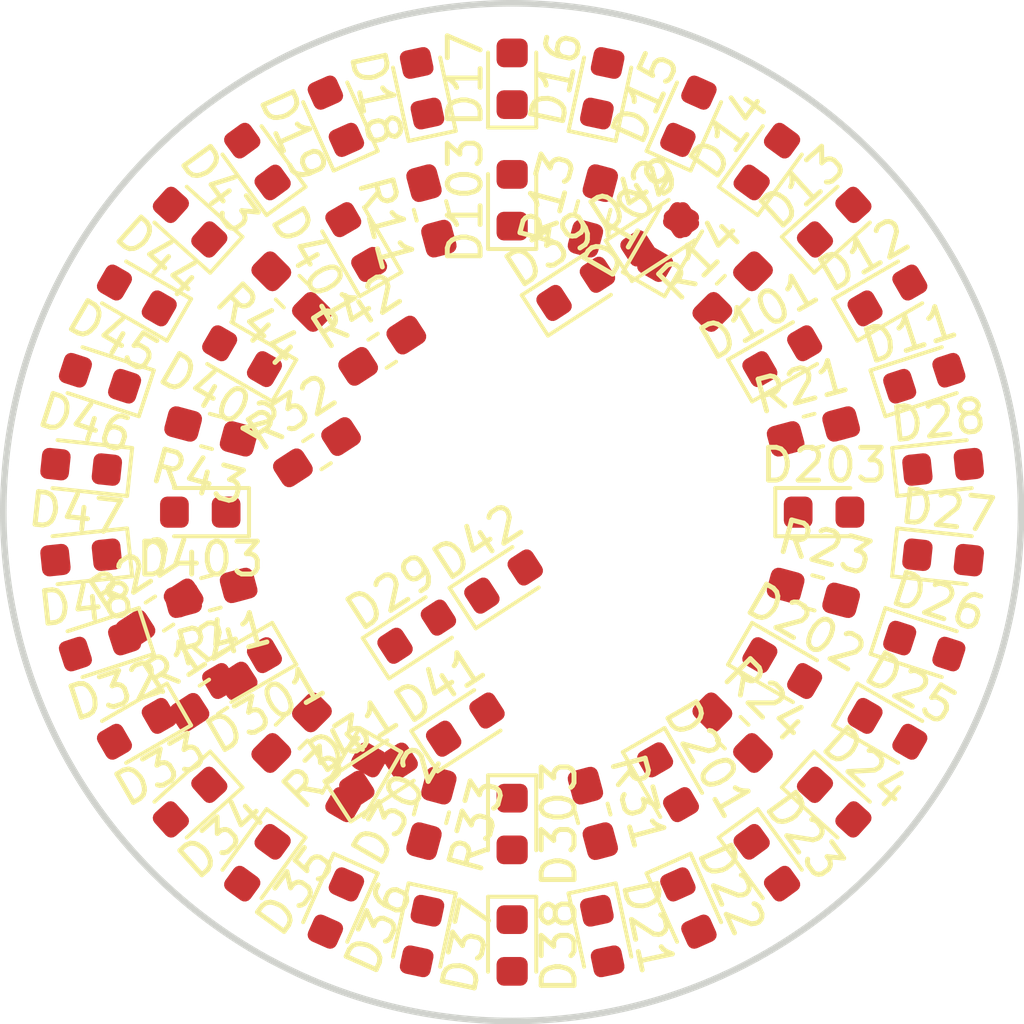
<source format=kicad_pcb>
(kicad_pcb (version 20171130) (host pcbnew 5.0.1)

  (general
    (thickness 1.6)
    (drawings 2)
    (tracks 0)
    (zones 0)
    (modules 64)
    (nets 18)
  )

  (page A4)
  (layers
    (0 F.Cu signal)
    (31 B.Cu signal)
    (32 B.Adhes user)
    (33 F.Adhes user)
    (34 B.Paste user)
    (35 F.Paste user)
    (36 B.SilkS user)
    (37 F.SilkS user)
    (38 B.Mask user)
    (39 F.Mask user)
    (40 Dwgs.User user)
    (41 Cmts.User user)
    (42 Eco1.User user)
    (43 Eco2.User user)
    (44 Edge.Cuts user)
    (45 Margin user)
    (46 B.CrtYd user)
    (47 F.CrtYd user)
    (48 B.Fab user)
    (49 F.Fab user)
  )

  (setup
    (last_trace_width 0.25)
    (trace_clearance 0.2)
    (zone_clearance 0.508)
    (zone_45_only no)
    (trace_min 0.2)
    (segment_width 0.2)
    (edge_width 0.2)
    (via_size 0.8)
    (via_drill 0.4)
    (via_min_size 0.4)
    (via_min_drill 0.3)
    (uvia_size 0.3)
    (uvia_drill 0.1)
    (uvias_allowed no)
    (uvia_min_size 0.2)
    (uvia_min_drill 0.1)
    (pcb_text_width 0.3)
    (pcb_text_size 1.5 1.5)
    (mod_edge_width 0.15)
    (mod_text_size 1 1)
    (mod_text_width 0.15)
    (pad_size 1.524 1.524)
    (pad_drill 0.762)
    (pad_to_mask_clearance 0.051)
    (solder_mask_min_width 0.25)
    (aux_axis_origin 0 0)
    (visible_elements FFFFFF7F)
    (pcbplotparams
      (layerselection 0x010fc_ffffffff)
      (usegerberextensions false)
      (usegerberattributes false)
      (usegerberadvancedattributes false)
      (creategerberjobfile false)
      (excludeedgelayer true)
      (linewidth 0.100000)
      (plotframeref false)
      (viasonmask false)
      (mode 1)
      (useauxorigin false)
      (hpglpennumber 1)
      (hpglpenspeed 20)
      (hpglpendiameter 15.000000)
      (psnegative false)
      (psa4output false)
      (plotreference true)
      (plotvalue true)
      (plotinvisibletext false)
      (padsonsilk false)
      (subtractmaskfromsilk false)
      (outputformat 1)
      (mirror false)
      (drillshape 1)
      (scaleselection 1)
      (outputdirectory ""))
  )

  (net 0 "")
  (net 1 "Net-(D101-Pad1)")
  (net 2 "Net-(D101-Pad2)")
  (net 3 "Net-(D12-Pad2)")
  (net 4 "Net-(D102-Pad1)")
  (net 5 "Net-(D201-Pad1)")
  (net 6 "Net-(D201-Pad2)")
  (net 7 "Net-(D22-Pad2)")
  (net 8 "Net-(D202-Pad1)")
  (net 9 "Net-(D301-Pad2)")
  (net 10 "Net-(D301-Pad1)")
  (net 11 "Net-(D32-Pad2)")
  (net 12 "Net-(D302-Pad1)")
  (net 13 "Net-(D401-Pad2)")
  (net 14 "Net-(D401-Pad1)")
  (net 15 "Net-(D42-Pad2)")
  (net 16 "Net-(D402-Pad1)")
  (net 17 C3_4)

  (net_class Default "This is the default net class."
    (clearance 0.2)
    (trace_width 0.25)
    (via_dia 0.8)
    (via_drill 0.4)
    (uvia_dia 0.3)
    (uvia_drill 0.1)
    (add_net C3_4)
    (add_net "Net-(D101-Pad1)")
    (add_net "Net-(D101-Pad2)")
    (add_net "Net-(D102-Pad1)")
    (add_net "Net-(D12-Pad2)")
    (add_net "Net-(D201-Pad1)")
    (add_net "Net-(D201-Pad2)")
    (add_net "Net-(D202-Pad1)")
    (add_net "Net-(D22-Pad2)")
    (add_net "Net-(D301-Pad1)")
    (add_net "Net-(D301-Pad2)")
    (add_net "Net-(D302-Pad1)")
    (add_net "Net-(D32-Pad2)")
    (add_net "Net-(D401-Pad1)")
    (add_net "Net-(D401-Pad2)")
    (add_net "Net-(D402-Pad1)")
    (add_net "Net-(D42-Pad2)")
  )

  (module LED_SMD:LED_0603_1608Metric (layer F.Cu) (tedit 5B301BBE) (tstamp 5C6FA234)
    (at  112.553946015096 95.9209756742507 18)
    (descr "LED SMD 0603 (1608 Metric), square (rectangular) end terminal, IPC_7351 nominal, (Body size source: http://www.tortai-tech.com/upload/download/2011102023233369053.pdf), generated with kicad-footprint-generator")
    (tags diode)
    (path /5C6358E3)
    (attr smd)
    (fp_text reference D11 (at 0 -1.43 18) (layer F.SilkS)
      (effects (font (size 1 1) (thickness 0.15)))
    )
    (fp_text value LED (at 0 1.43 18) (layer F.Fab)
      (effects (font (size 1 1) (thickness 0.15)))
    )
    (fp_text user %R (at 0 0 18) (layer F.Fab)
      (effects (font (size 0.4 0.4) (thickness 0.06)))
    )
    (fp_line (start 1.48 0.73) (end -1.48 0.73) (layer F.CrtYd) (width 0.05))
    (fp_line (start 1.48 -0.73) (end 1.48 0.73) (layer F.CrtYd) (width 0.05))
    (fp_line (start -1.48 -0.73) (end 1.48 -0.73) (layer F.CrtYd) (width 0.05))
    (fp_line (start -1.48 0.73) (end -1.48 -0.73) (layer F.CrtYd) (width 0.05))
    (fp_line (start -1.485 0.735) (end 0.8 0.735) (layer F.SilkS) (width 0.12))
    (fp_line (start -1.485 -0.735) (end -1.485 0.735) (layer F.SilkS) (width 0.12))
    (fp_line (start 0.8 -0.735) (end -1.485 -0.735) (layer F.SilkS) (width 0.12))
    (fp_line (start 0.8 0.4) (end 0.8 -0.4) (layer F.Fab) (width 0.1))
    (fp_line (start -0.8 0.4) (end 0.8 0.4) (layer F.Fab) (width 0.1))
    (fp_line (start -0.8 -0.1) (end -0.8 0.4) (layer F.Fab) (width 0.1))
    (fp_line (start -0.5 -0.4) (end -0.8 -0.1) (layer F.Fab) (width 0.1))
    (fp_line (start 0.8 -0.4) (end -0.5 -0.4) (layer F.Fab) (width 0.1))
    (pad 2 smd roundrect (at 0.7875 0 18) (size 0.875 0.95) (layers F.Cu F.Paste F.Mask) (roundrect_rratio 0.25)
      (net 1 "Net-(D101-Pad1)"))
    (pad 1 smd roundrect (at -0.7875 0 18) (size 0.875 0.95) (layers F.Cu F.Paste F.Mask) (roundrect_rratio 0.25)
      (net 2 "Net-(D101-Pad2)"))
    (model ${KISYS3DMOD}/LED_SMD.3dshapes/LED_0603_1608Metric.wrl
      (at (xyz 0 0 0))
      (scale (xyz 1 1 1))
      (rotate (xyz 0 0 0))
    )
  )

  (module LED_SMD:LED_0603_1608Metric (layer F.Cu) (tedit 5B301BBE) (tstamp 5C6FA247)
    (at  111.431535329955 93.4 30)
    (descr "LED SMD 0603 (1608 Metric), square (rectangular) end terminal, IPC_7351 nominal, (Body size source: http://www.tortai-tech.com/upload/download/2011102023233369053.pdf), generated with kicad-footprint-generator")
    (tags diode)
    (path /5C63599E)
    (attr smd)
    (fp_text reference D12 (at 0 -1.43 30) (layer F.SilkS)
      (effects (font (size 1 1) (thickness 0.15)))
    )
    (fp_text value LED (at 0 1.43 30) (layer F.Fab)
      (effects (font (size 1 1) (thickness 0.15)))
    )
    (fp_line (start 0.8 -0.4) (end -0.5 -0.4) (layer F.Fab) (width 0.1))
    (fp_line (start -0.5 -0.4) (end -0.8 -0.1) (layer F.Fab) (width 0.1))
    (fp_line (start -0.8 -0.1) (end -0.8 0.4) (layer F.Fab) (width 0.1))
    (fp_line (start -0.8 0.4) (end 0.8 0.4) (layer F.Fab) (width 0.1))
    (fp_line (start 0.8 0.4) (end 0.8 -0.4) (layer F.Fab) (width 0.1))
    (fp_line (start 0.8 -0.735) (end -1.485 -0.735) (layer F.SilkS) (width 0.12))
    (fp_line (start -1.485 -0.735) (end -1.485 0.735) (layer F.SilkS) (width 0.12))
    (fp_line (start -1.485 0.735) (end 0.8 0.735) (layer F.SilkS) (width 0.12))
    (fp_line (start -1.48 0.73) (end -1.48 -0.73) (layer F.CrtYd) (width 0.05))
    (fp_line (start -1.48 -0.73) (end 1.48 -0.73) (layer F.CrtYd) (width 0.05))
    (fp_line (start 1.48 -0.73) (end 1.48 0.73) (layer F.CrtYd) (width 0.05))
    (fp_line (start 1.48 0.73) (end -1.48 0.73) (layer F.CrtYd) (width 0.05))
    (fp_text user %R (at 0 0 30) (layer F.Fab)
      (effects (font (size 0.4 0.4) (thickness 0.06)))
    )
    (pad 1 smd roundrect (at -0.7875 0 30) (size 0.875 0.95) (layers F.Cu F.Paste F.Mask) (roundrect_rratio 0.25)
      (net 1 "Net-(D101-Pad1)"))
    (pad 2 smd roundrect (at 0.7875 0 30) (size 0.875 0.95) (layers F.Cu F.Paste F.Mask) (roundrect_rratio 0.25)
      (net 3 "Net-(D12-Pad2)"))
    (model ${KISYS3DMOD}/LED_SMD.3dshapes/LED_0603_1608Metric.wrl
      (at (xyz 0 0 0))
      (scale (xyz 1 1 1))
      (rotate (xyz 0 0 0))
    )
  )

  (module LED_SMD:LED_0603_1608Metric (layer F.Cu) (tedit 5B301BBE) (tstamp 5C6FA25A)
    (at  109.809511696302 91.1674759960631 42)
    (descr "LED SMD 0603 (1608 Metric), square (rectangular) end terminal, IPC_7351 nominal, (Body size source: http://www.tortai-tech.com/upload/download/2011102023233369053.pdf), generated with kicad-footprint-generator")
    (tags diode)
    (path /5C635DA8)
    (attr smd)
    (fp_text reference D13 (at 0 -1.43 42) (layer F.SilkS)
      (effects (font (size 1 1) (thickness 0.15)))
    )
    (fp_text value LED (at 0 1.43 42) (layer F.Fab)
      (effects (font (size 1 1) (thickness 0.15)))
    )
    (fp_text user %R (at 0 0 42) (layer F.Fab)
      (effects (font (size 0.4 0.4) (thickness 0.06)))
    )
    (fp_line (start 1.48 0.73) (end -1.48 0.73) (layer F.CrtYd) (width 0.05))
    (fp_line (start 1.48 -0.73) (end 1.48 0.73) (layer F.CrtYd) (width 0.05))
    (fp_line (start -1.48 -0.73) (end 1.48 -0.73) (layer F.CrtYd) (width 0.05))
    (fp_line (start -1.48 0.73) (end -1.48 -0.73) (layer F.CrtYd) (width 0.05))
    (fp_line (start -1.485 0.735) (end 0.8 0.735) (layer F.SilkS) (width 0.12))
    (fp_line (start -1.485 -0.735) (end -1.485 0.735) (layer F.SilkS) (width 0.12))
    (fp_line (start 0.8 -0.735) (end -1.485 -0.735) (layer F.SilkS) (width 0.12))
    (fp_line (start 0.8 0.4) (end 0.8 -0.4) (layer F.Fab) (width 0.1))
    (fp_line (start -0.8 0.4) (end 0.8 0.4) (layer F.Fab) (width 0.1))
    (fp_line (start -0.8 -0.1) (end -0.8 0.4) (layer F.Fab) (width 0.1))
    (fp_line (start -0.5 -0.4) (end -0.8 -0.1) (layer F.Fab) (width 0.1))
    (fp_line (start 0.8 -0.4) (end -0.5 -0.4) (layer F.Fab) (width 0.1))
    (pad 2 smd roundrect (at 0.7875 0 42) (size 0.875 0.95) (layers F.Cu F.Paste F.Mask) (roundrect_rratio 0.25)
      (net 1 "Net-(D101-Pad1)"))
    (pad 1 smd roundrect (at -0.7875 0 42) (size 0.875 0.95) (layers F.Cu F.Paste F.Mask) (roundrect_rratio 0.25)
      (net 3 "Net-(D12-Pad2)"))
    (model ${KISYS3DMOD}/LED_SMD.3dshapes/LED_0603_1608Metric.wrl
      (at (xyz 0 0 0))
      (scale (xyz 1 1 1))
      (rotate (xyz 0 0 0))
    )
  )

  (module LED_SMD:LED_0603_1608Metric (layer F.Cu) (tedit 5B301BBE) (tstamp 5C6FA26D)
    (at  107.758765330261 89.3209756742507 54)
    (descr "LED SMD 0603 (1608 Metric), square (rectangular) end terminal, IPC_7351 nominal, (Body size source: http://www.tortai-tech.com/upload/download/2011102023233369053.pdf), generated with kicad-footprint-generator")
    (tags diode)
    (path /5C635533)
    (attr smd)
    (fp_text reference D14 (at 0 -1.43 54) (layer F.SilkS)
      (effects (font (size 1 1) (thickness 0.15)))
    )
    (fp_text value LED (at 0 1.43 54) (layer F.Fab)
      (effects (font (size 1 1) (thickness 0.15)))
    )
    (fp_line (start 0.8 -0.4) (end -0.5 -0.4) (layer F.Fab) (width 0.1))
    (fp_line (start -0.5 -0.4) (end -0.8 -0.1) (layer F.Fab) (width 0.1))
    (fp_line (start -0.8 -0.1) (end -0.8 0.4) (layer F.Fab) (width 0.1))
    (fp_line (start -0.8 0.4) (end 0.8 0.4) (layer F.Fab) (width 0.1))
    (fp_line (start 0.8 0.4) (end 0.8 -0.4) (layer F.Fab) (width 0.1))
    (fp_line (start 0.8 -0.735) (end -1.485 -0.735) (layer F.SilkS) (width 0.12))
    (fp_line (start -1.485 -0.735) (end -1.485 0.735) (layer F.SilkS) (width 0.12))
    (fp_line (start -1.485 0.735) (end 0.8 0.735) (layer F.SilkS) (width 0.12))
    (fp_line (start -1.48 0.73) (end -1.48 -0.73) (layer F.CrtYd) (width 0.05))
    (fp_line (start -1.48 -0.73) (end 1.48 -0.73) (layer F.CrtYd) (width 0.05))
    (fp_line (start 1.48 -0.73) (end 1.48 0.73) (layer F.CrtYd) (width 0.05))
    (fp_line (start 1.48 0.73) (end -1.48 0.73) (layer F.CrtYd) (width 0.05))
    (fp_text user %R (at 0 0 54) (layer F.Fab)
      (effects (font (size 0.4 0.4) (thickness 0.06)))
    )
    (pad 1 smd roundrect (at -0.7875 0 54) (size 0.875 0.95) (layers F.Cu F.Paste F.Mask) (roundrect_rratio 0.25)
      (net 1 "Net-(D101-Pad1)"))
    (pad 2 smd roundrect (at 0.7875 0 54) (size 0.875 0.95) (layers F.Cu F.Paste F.Mask) (roundrect_rratio 0.25)
      (net 4 "Net-(D102-Pad1)"))
    (model ${KISYS3DMOD}/LED_SMD.3dshapes/LED_0603_1608Metric.wrl
      (at (xyz 0 0 0))
      (scale (xyz 1 1 1))
      (rotate (xyz 0 0 0))
    )
  )

  (module LED_SMD:LED_0603_1608Metric (layer F.Cu) (tedit 5B301BBE) (tstamp 5C6FA280)
    (at  105.368923688601 87.9411999591177 66)
    (descr "LED SMD 0603 (1608 Metric), square (rectangular) end terminal, IPC_7351 nominal, (Body size source: http://www.tortai-tech.com/upload/download/2011102023233369053.pdf), generated with kicad-footprint-generator")
    (tags diode)
    (path /5C635373)
    (attr smd)
    (fp_text reference D15 (at 0 -1.43 66) (layer F.SilkS)
      (effects (font (size 1 1) (thickness 0.15)))
    )
    (fp_text value LED (at 0 1.43 66) (layer F.Fab)
      (effects (font (size 1 1) (thickness 0.15)))
    )
    (fp_text user %R (at 0 0 66) (layer F.Fab)
      (effects (font (size 0.4 0.4) (thickness 0.06)))
    )
    (fp_line (start 1.48 0.73) (end -1.48 0.73) (layer F.CrtYd) (width 0.05))
    (fp_line (start 1.48 -0.73) (end 1.48 0.73) (layer F.CrtYd) (width 0.05))
    (fp_line (start -1.48 -0.73) (end 1.48 -0.73) (layer F.CrtYd) (width 0.05))
    (fp_line (start -1.48 0.73) (end -1.48 -0.73) (layer F.CrtYd) (width 0.05))
    (fp_line (start -1.485 0.735) (end 0.8 0.735) (layer F.SilkS) (width 0.12))
    (fp_line (start -1.485 -0.735) (end -1.485 0.735) (layer F.SilkS) (width 0.12))
    (fp_line (start 0.8 -0.735) (end -1.485 -0.735) (layer F.SilkS) (width 0.12))
    (fp_line (start 0.8 0.4) (end 0.8 -0.4) (layer F.Fab) (width 0.1))
    (fp_line (start -0.8 0.4) (end 0.8 0.4) (layer F.Fab) (width 0.1))
    (fp_line (start -0.8 -0.1) (end -0.8 0.4) (layer F.Fab) (width 0.1))
    (fp_line (start -0.5 -0.4) (end -0.8 -0.1) (layer F.Fab) (width 0.1))
    (fp_line (start 0.8 -0.4) (end -0.5 -0.4) (layer F.Fab) (width 0.1))
    (pad 2 smd roundrect (at 0.7875 0 66) (size 0.875 0.95) (layers F.Cu F.Paste F.Mask) (roundrect_rratio 0.25)
      (net 4 "Net-(D102-Pad1)"))
    (pad 1 smd roundrect (at -0.7875 0 66) (size 0.875 0.95) (layers F.Cu F.Paste F.Mask) (roundrect_rratio 0.25)
      (net 3 "Net-(D12-Pad2)"))
    (model ${KISYS3DMOD}/LED_SMD.3dshapes/LED_0603_1608Metric.wrl
      (at (xyz 0 0 0))
      (scale (xyz 1 1 1))
      (rotate (xyz 0 0 0))
    )
  )

  (module LED_SMD:LED_0603_1608Metric (layer F.Cu) (tedit 5B301BBE) (tstamp 5C6FA293)
    (at  102.744434318794 87.0884516703138 78)
    (descr "LED SMD 0603 (1608 Metric), square (rectangular) end terminal, IPC_7351 nominal, (Body size source: http://www.tortai-tech.com/upload/download/2011102023233369053.pdf), generated with kicad-footprint-generator")
    (tags diode)
    (path /5C635228)
    (attr smd)
    (fp_text reference D16 (at 0 -1.43 78) (layer F.SilkS)
      (effects (font (size 1 1) (thickness 0.15)))
    )
    (fp_text value LED (at 0 1.43 78) (layer F.Fab)
      (effects (font (size 1 1) (thickness 0.15)))
    )
    (fp_line (start 0.8 -0.4) (end -0.5 -0.4) (layer F.Fab) (width 0.1))
    (fp_line (start -0.5 -0.4) (end -0.8 -0.1) (layer F.Fab) (width 0.1))
    (fp_line (start -0.8 -0.1) (end -0.8 0.4) (layer F.Fab) (width 0.1))
    (fp_line (start -0.8 0.4) (end 0.8 0.4) (layer F.Fab) (width 0.1))
    (fp_line (start 0.8 0.4) (end 0.8 -0.4) (layer F.Fab) (width 0.1))
    (fp_line (start 0.8 -0.735) (end -1.485 -0.735) (layer F.SilkS) (width 0.12))
    (fp_line (start -1.485 -0.735) (end -1.485 0.735) (layer F.SilkS) (width 0.12))
    (fp_line (start -1.485 0.735) (end 0.8 0.735) (layer F.SilkS) (width 0.12))
    (fp_line (start -1.48 0.73) (end -1.48 -0.73) (layer F.CrtYd) (width 0.05))
    (fp_line (start -1.48 -0.73) (end 1.48 -0.73) (layer F.CrtYd) (width 0.05))
    (fp_line (start 1.48 -0.73) (end 1.48 0.73) (layer F.CrtYd) (width 0.05))
    (fp_line (start 1.48 0.73) (end -1.48 0.73) (layer F.CrtYd) (width 0.05))
    (fp_text user %R (at 0 0 78) (layer F.Fab)
      (effects (font (size 0.4 0.4) (thickness 0.06)))
    )
    (pad 1 smd roundrect (at -0.7875 0 78) (size 0.875 0.95) (layers F.Cu F.Paste F.Mask) (roundrect_rratio 0.25)
      (net 4 "Net-(D102-Pad1)"))
    (pad 2 smd roundrect (at 0.7875 0 78) (size 0.875 0.95) (layers F.Cu F.Paste F.Mask) (roundrect_rratio 0.25)
      (net 3 "Net-(D12-Pad2)"))
    (model ${KISYS3DMOD}/LED_SMD.3dshapes/LED_0603_1608Metric.wrl
      (at (xyz 0 0 0))
      (scale (xyz 1 1 1))
      (rotate (xyz 0 0 0))
    )
  )

  (module LED_SMD:LED_0603_1608Metric (layer F.Cu) (tedit 5B301BBE) (tstamp 5C6FA2A6)
    (at  100 86.8 90)
    (descr "LED SMD 0603 (1608 Metric), square (rectangular) end terminal, IPC_7351 nominal, (Body size source: http://www.tortai-tech.com/upload/download/2011102023233369053.pdf), generated with kicad-footprint-generator")
    (tags diode)
    (path /5C635079)
    (attr smd)
    (fp_text reference D17 (at 0 -1.43 90) (layer F.SilkS)
      (effects (font (size 1 1) (thickness 0.15)))
    )
    (fp_text value LED (at 0 1.43 90) (layer F.Fab)
      (effects (font (size 1 1) (thickness 0.15)))
    )
    (fp_line (start 0.8 -0.4) (end -0.5 -0.4) (layer F.Fab) (width 0.1))
    (fp_line (start -0.5 -0.4) (end -0.8 -0.1) (layer F.Fab) (width 0.1))
    (fp_line (start -0.8 -0.1) (end -0.8 0.4) (layer F.Fab) (width 0.1))
    (fp_line (start -0.8 0.4) (end 0.8 0.4) (layer F.Fab) (width 0.1))
    (fp_line (start 0.8 0.4) (end 0.8 -0.4) (layer F.Fab) (width 0.1))
    (fp_line (start 0.8 -0.735) (end -1.485 -0.735) (layer F.SilkS) (width 0.12))
    (fp_line (start -1.485 -0.735) (end -1.485 0.735) (layer F.SilkS) (width 0.12))
    (fp_line (start -1.485 0.735) (end 0.8 0.735) (layer F.SilkS) (width 0.12))
    (fp_line (start -1.48 0.73) (end -1.48 -0.73) (layer F.CrtYd) (width 0.05))
    (fp_line (start -1.48 -0.73) (end 1.48 -0.73) (layer F.CrtYd) (width 0.05))
    (fp_line (start 1.48 -0.73) (end 1.48 0.73) (layer F.CrtYd) (width 0.05))
    (fp_line (start 1.48 0.73) (end -1.48 0.73) (layer F.CrtYd) (width 0.05))
    (fp_text user %R (at 0 0 90) (layer F.Fab)
      (effects (font (size 0.4 0.4) (thickness 0.06)))
    )
    (pad 1 smd roundrect (at -0.7875 0 90) (size 0.875 0.95) (layers F.Cu F.Paste F.Mask) (roundrect_rratio 0.25)
      (net 4 "Net-(D102-Pad1)"))
    (pad 2 smd roundrect (at 0.7875 0 90) (size 0.875 0.95) (layers F.Cu F.Paste F.Mask) (roundrect_rratio 0.25)
      (net 2 "Net-(D101-Pad2)"))
    (model ${KISYS3DMOD}/LED_SMD.3dshapes/LED_0603_1608Metric.wrl
      (at (xyz 0 0 0))
      (scale (xyz 1 1 1))
      (rotate (xyz 0 0 0))
    )
  )

  (module LED_SMD:LED_0603_1608Metric (layer F.Cu) (tedit 5B301BBE) (tstamp 5C6FA2B9)
    (at  97.2555656812056 87.0884516703138 102)
    (descr "LED SMD 0603 (1608 Metric), square (rectangular) end terminal, IPC_7351 nominal, (Body size source: http://www.tortai-tech.com/upload/download/2011102023233369053.pdf), generated with kicad-footprint-generator")
    (tags diode)
    (path /5C634F70)
    (attr smd)
    (fp_text reference D18 (at 0 -1.43 102) (layer F.SilkS)
      (effects (font (size 1 1) (thickness 0.15)))
    )
    (fp_text value LED (at 0 1.43 102) (layer F.Fab)
      (effects (font (size 1 1) (thickness 0.15)))
    )
    (fp_text user %R (at 0 0 102) (layer F.Fab)
      (effects (font (size 0.4 0.4) (thickness 0.06)))
    )
    (fp_line (start 1.48 0.73) (end -1.48 0.73) (layer F.CrtYd) (width 0.05))
    (fp_line (start 1.48 -0.73) (end 1.48 0.73) (layer F.CrtYd) (width 0.05))
    (fp_line (start -1.48 -0.73) (end 1.48 -0.73) (layer F.CrtYd) (width 0.05))
    (fp_line (start -1.48 0.73) (end -1.48 -0.73) (layer F.CrtYd) (width 0.05))
    (fp_line (start -1.485 0.735) (end 0.8 0.735) (layer F.SilkS) (width 0.12))
    (fp_line (start -1.485 -0.735) (end -1.485 0.735) (layer F.SilkS) (width 0.12))
    (fp_line (start 0.8 -0.735) (end -1.485 -0.735) (layer F.SilkS) (width 0.12))
    (fp_line (start 0.8 0.4) (end 0.8 -0.4) (layer F.Fab) (width 0.1))
    (fp_line (start -0.8 0.4) (end 0.8 0.4) (layer F.Fab) (width 0.1))
    (fp_line (start -0.8 -0.1) (end -0.8 0.4) (layer F.Fab) (width 0.1))
    (fp_line (start -0.5 -0.4) (end -0.8 -0.1) (layer F.Fab) (width 0.1))
    (fp_line (start 0.8 -0.4) (end -0.5 -0.4) (layer F.Fab) (width 0.1))
    (pad 2 smd roundrect (at 0.7875 0 102) (size 0.875 0.95) (layers F.Cu F.Paste F.Mask) (roundrect_rratio 0.25)
      (net 2 "Net-(D101-Pad2)"))
    (pad 1 smd roundrect (at -0.7875 0 102) (size 0.875 0.95) (layers F.Cu F.Paste F.Mask) (roundrect_rratio 0.25)
      (net 3 "Net-(D12-Pad2)"))
    (model ${KISYS3DMOD}/LED_SMD.3dshapes/LED_0603_1608Metric.wrl
      (at (xyz 0 0 0))
      (scale (xyz 1 1 1))
      (rotate (xyz 0 0 0))
    )
  )

  (module LED_SMD:LED_0603_1608Metric (layer F.Cu) (tedit 5B301BBE) (tstamp 5C6FA2CC)
    (at  94.6310763113995 87.9411999591177 114)
    (descr "LED SMD 0603 (1608 Metric), square (rectangular) end terminal, IPC_7351 nominal, (Body size source: http://www.tortai-tech.com/upload/download/2011102023233369053.pdf), generated with kicad-footprint-generator")
    (tags diode)
    (path /5C634C6D)
    (attr smd)
    (fp_text reference D19 (at 0 -1.43 114) (layer F.SilkS)
      (effects (font (size 1 1) (thickness 0.15)))
    )
    (fp_text value LED (at 0 1.43 114) (layer F.Fab)
      (effects (font (size 1 1) (thickness 0.15)))
    )
    (fp_line (start 0.8 -0.4) (end -0.5 -0.4) (layer F.Fab) (width 0.1))
    (fp_line (start -0.5 -0.4) (end -0.8 -0.1) (layer F.Fab) (width 0.1))
    (fp_line (start -0.8 -0.1) (end -0.8 0.4) (layer F.Fab) (width 0.1))
    (fp_line (start -0.8 0.4) (end 0.8 0.4) (layer F.Fab) (width 0.1))
    (fp_line (start 0.8 0.4) (end 0.8 -0.4) (layer F.Fab) (width 0.1))
    (fp_line (start 0.8 -0.735) (end -1.485 -0.735) (layer F.SilkS) (width 0.12))
    (fp_line (start -1.485 -0.735) (end -1.485 0.735) (layer F.SilkS) (width 0.12))
    (fp_line (start -1.485 0.735) (end 0.8 0.735) (layer F.SilkS) (width 0.12))
    (fp_line (start -1.48 0.73) (end -1.48 -0.73) (layer F.CrtYd) (width 0.05))
    (fp_line (start -1.48 -0.73) (end 1.48 -0.73) (layer F.CrtYd) (width 0.05))
    (fp_line (start 1.48 -0.73) (end 1.48 0.73) (layer F.CrtYd) (width 0.05))
    (fp_line (start 1.48 0.73) (end -1.48 0.73) (layer F.CrtYd) (width 0.05))
    (fp_text user %R (at 0 0 114) (layer F.Fab)
      (effects (font (size 0.4 0.4) (thickness 0.06)))
    )
    (pad 1 smd roundrect (at -0.7875 0 114) (size 0.875 0.95) (layers F.Cu F.Paste F.Mask) (roundrect_rratio 0.25)
      (net 2 "Net-(D101-Pad2)"))
    (pad 2 smd roundrect (at 0.7875 0 114) (size 0.875 0.95) (layers F.Cu F.Paste F.Mask) (roundrect_rratio 0.25)
      (net 3 "Net-(D12-Pad2)"))
    (model ${KISYS3DMOD}/LED_SMD.3dshapes/LED_0603_1608Metric.wrl
      (at (xyz 0 0 0))
      (scale (xyz 1 1 1))
      (rotate (xyz 0 0 0))
    )
  )

  (module LED_SMD:LED_0603_1608Metric (layer F.Cu) (tedit 5B301BBE) (tstamp 5C6FA2DF)
    (at  102.744434318794 112.911548329686 282)
    (descr "LED SMD 0603 (1608 Metric), square (rectangular) end terminal, IPC_7351 nominal, (Body size source: http://www.tortai-tech.com/upload/download/2011102023233369053.pdf), generated with kicad-footprint-generator")
    (tags diode)
    (path /5C641951)
    (attr smd)
    (fp_text reference D21 (at 0 -1.43 282) (layer F.SilkS)
      (effects (font (size 1 1) (thickness 0.15)))
    )
    (fp_text value LED (at 0 1.43 282) (layer F.Fab)
      (effects (font (size 1 1) (thickness 0.15)))
    )
    (fp_text user %R (at 0 0 282) (layer F.Fab)
      (effects (font (size 0.4 0.4) (thickness 0.06)))
    )
    (fp_line (start 1.48 0.73) (end -1.48 0.73) (layer F.CrtYd) (width 0.05))
    (fp_line (start 1.48 -0.73) (end 1.48 0.73) (layer F.CrtYd) (width 0.05))
    (fp_line (start -1.48 -0.73) (end 1.48 -0.73) (layer F.CrtYd) (width 0.05))
    (fp_line (start -1.48 0.73) (end -1.48 -0.73) (layer F.CrtYd) (width 0.05))
    (fp_line (start -1.485 0.735) (end 0.8 0.735) (layer F.SilkS) (width 0.12))
    (fp_line (start -1.485 -0.735) (end -1.485 0.735) (layer F.SilkS) (width 0.12))
    (fp_line (start 0.8 -0.735) (end -1.485 -0.735) (layer F.SilkS) (width 0.12))
    (fp_line (start 0.8 0.4) (end 0.8 -0.4) (layer F.Fab) (width 0.1))
    (fp_line (start -0.8 0.4) (end 0.8 0.4) (layer F.Fab) (width 0.1))
    (fp_line (start -0.8 -0.1) (end -0.8 0.4) (layer F.Fab) (width 0.1))
    (fp_line (start -0.5 -0.4) (end -0.8 -0.1) (layer F.Fab) (width 0.1))
    (fp_line (start 0.8 -0.4) (end -0.5 -0.4) (layer F.Fab) (width 0.1))
    (pad 2 smd roundrect (at 0.7875 0 282) (size 0.875 0.95) (layers F.Cu F.Paste F.Mask) (roundrect_rratio 0.25)
      (net 5 "Net-(D201-Pad1)"))
    (pad 1 smd roundrect (at -0.7875 0 282) (size 0.875 0.95) (layers F.Cu F.Paste F.Mask) (roundrect_rratio 0.25)
      (net 6 "Net-(D201-Pad2)"))
    (model ${KISYS3DMOD}/LED_SMD.3dshapes/LED_0603_1608Metric.wrl
      (at (xyz 0 0 0))
      (scale (xyz 1 1 1))
      (rotate (xyz 0 0 0))
    )
  )

  (module LED_SMD:LED_0603_1608Metric (layer F.Cu) (tedit 5B301BBE) (tstamp 5C6FA2F2)
    (at  105.368923688601 112.058800040882 294)
    (descr "LED SMD 0603 (1608 Metric), square (rectangular) end terminal, IPC_7351 nominal, (Body size source: http://www.tortai-tech.com/upload/download/2011102023233369053.pdf), generated with kicad-footprint-generator")
    (tags diode)
    (path /5C641958)
    (attr smd)
    (fp_text reference D22 (at 0 -1.43 294) (layer F.SilkS)
      (effects (font (size 1 1) (thickness 0.15)))
    )
    (fp_text value LED (at 0 1.43 294) (layer F.Fab)
      (effects (font (size 1 1) (thickness 0.15)))
    )
    (fp_line (start 0.8 -0.4) (end -0.5 -0.4) (layer F.Fab) (width 0.1))
    (fp_line (start -0.5 -0.4) (end -0.8 -0.1) (layer F.Fab) (width 0.1))
    (fp_line (start -0.8 -0.1) (end -0.8 0.4) (layer F.Fab) (width 0.1))
    (fp_line (start -0.8 0.4) (end 0.8 0.4) (layer F.Fab) (width 0.1))
    (fp_line (start 0.8 0.4) (end 0.8 -0.4) (layer F.Fab) (width 0.1))
    (fp_line (start 0.8 -0.735) (end -1.485 -0.735) (layer F.SilkS) (width 0.12))
    (fp_line (start -1.485 -0.735) (end -1.485 0.735) (layer F.SilkS) (width 0.12))
    (fp_line (start -1.485 0.735) (end 0.8 0.735) (layer F.SilkS) (width 0.12))
    (fp_line (start -1.48 0.73) (end -1.48 -0.73) (layer F.CrtYd) (width 0.05))
    (fp_line (start -1.48 -0.73) (end 1.48 -0.73) (layer F.CrtYd) (width 0.05))
    (fp_line (start 1.48 -0.73) (end 1.48 0.73) (layer F.CrtYd) (width 0.05))
    (fp_line (start 1.48 0.73) (end -1.48 0.73) (layer F.CrtYd) (width 0.05))
    (fp_text user %R (at 0 0 294) (layer F.Fab)
      (effects (font (size 0.4 0.4) (thickness 0.06)))
    )
    (pad 1 smd roundrect (at -0.7875 0 294) (size 0.875 0.95) (layers F.Cu F.Paste F.Mask) (roundrect_rratio 0.25)
      (net 5 "Net-(D201-Pad1)"))
    (pad 2 smd roundrect (at 0.7875 0 294) (size 0.875 0.95) (layers F.Cu F.Paste F.Mask) (roundrect_rratio 0.25)
      (net 7 "Net-(D22-Pad2)"))
    (model ${KISYS3DMOD}/LED_SMD.3dshapes/LED_0603_1608Metric.wrl
      (at (xyz 0 0 0))
      (scale (xyz 1 1 1))
      (rotate (xyz 0 0 0))
    )
  )

  (module LED_SMD:LED_0603_1608Metric (layer F.Cu) (tedit 5B301BBE) (tstamp 5C6FA305)
    (at  107.758765330261 110.679024325749 306)
    (descr "LED SMD 0603 (1608 Metric), square (rectangular) end terminal, IPC_7351 nominal, (Body size source: http://www.tortai-tech.com/upload/download/2011102023233369053.pdf), generated with kicad-footprint-generator")
    (tags diode)
    (path /5C64195F)
    (attr smd)
    (fp_text reference D23 (at 0 -1.43 306) (layer F.SilkS)
      (effects (font (size 1 1) (thickness 0.15)))
    )
    (fp_text value LED (at 0 1.43 306) (layer F.Fab)
      (effects (font (size 1 1) (thickness 0.15)))
    )
    (fp_text user %R (at 0 0 306) (layer F.Fab)
      (effects (font (size 0.4 0.4) (thickness 0.06)))
    )
    (fp_line (start 1.48 0.73) (end -1.48 0.73) (layer F.CrtYd) (width 0.05))
    (fp_line (start 1.48 -0.73) (end 1.48 0.73) (layer F.CrtYd) (width 0.05))
    (fp_line (start -1.48 -0.73) (end 1.48 -0.73) (layer F.CrtYd) (width 0.05))
    (fp_line (start -1.48 0.73) (end -1.48 -0.73) (layer F.CrtYd) (width 0.05))
    (fp_line (start -1.485 0.735) (end 0.8 0.735) (layer F.SilkS) (width 0.12))
    (fp_line (start -1.485 -0.735) (end -1.485 0.735) (layer F.SilkS) (width 0.12))
    (fp_line (start 0.8 -0.735) (end -1.485 -0.735) (layer F.SilkS) (width 0.12))
    (fp_line (start 0.8 0.4) (end 0.8 -0.4) (layer F.Fab) (width 0.1))
    (fp_line (start -0.8 0.4) (end 0.8 0.4) (layer F.Fab) (width 0.1))
    (fp_line (start -0.8 -0.1) (end -0.8 0.4) (layer F.Fab) (width 0.1))
    (fp_line (start -0.5 -0.4) (end -0.8 -0.1) (layer F.Fab) (width 0.1))
    (fp_line (start 0.8 -0.4) (end -0.5 -0.4) (layer F.Fab) (width 0.1))
    (pad 2 smd roundrect (at 0.7875 0 306) (size 0.875 0.95) (layers F.Cu F.Paste F.Mask) (roundrect_rratio 0.25)
      (net 5 "Net-(D201-Pad1)"))
    (pad 1 smd roundrect (at -0.7875 0 306) (size 0.875 0.95) (layers F.Cu F.Paste F.Mask) (roundrect_rratio 0.25)
      (net 7 "Net-(D22-Pad2)"))
    (model ${KISYS3DMOD}/LED_SMD.3dshapes/LED_0603_1608Metric.wrl
      (at (xyz 0 0 0))
      (scale (xyz 1 1 1))
      (rotate (xyz 0 0 0))
    )
  )

  (module LED_SMD:LED_0603_1608Metric (layer F.Cu) (tedit 5B301BBE) (tstamp 5C6FA318)
    (at  109.809511696302 108.832524003937 318)
    (descr "LED SMD 0603 (1608 Metric), square (rectangular) end terminal, IPC_7351 nominal, (Body size source: http://www.tortai-tech.com/upload/download/2011102023233369053.pdf), generated with kicad-footprint-generator")
    (tags diode)
    (path /5C64193C)
    (attr smd)
    (fp_text reference D24 (at 0 -1.43 318) (layer F.SilkS)
      (effects (font (size 1 1) (thickness 0.15)))
    )
    (fp_text value LED (at 0 1.43 318) (layer F.Fab)
      (effects (font (size 1 1) (thickness 0.15)))
    )
    (fp_line (start 0.8 -0.4) (end -0.5 -0.4) (layer F.Fab) (width 0.1))
    (fp_line (start -0.5 -0.4) (end -0.8 -0.1) (layer F.Fab) (width 0.1))
    (fp_line (start -0.8 -0.1) (end -0.8 0.4) (layer F.Fab) (width 0.1))
    (fp_line (start -0.8 0.4) (end 0.8 0.4) (layer F.Fab) (width 0.1))
    (fp_line (start 0.8 0.4) (end 0.8 -0.4) (layer F.Fab) (width 0.1))
    (fp_line (start 0.8 -0.735) (end -1.485 -0.735) (layer F.SilkS) (width 0.12))
    (fp_line (start -1.485 -0.735) (end -1.485 0.735) (layer F.SilkS) (width 0.12))
    (fp_line (start -1.485 0.735) (end 0.8 0.735) (layer F.SilkS) (width 0.12))
    (fp_line (start -1.48 0.73) (end -1.48 -0.73) (layer F.CrtYd) (width 0.05))
    (fp_line (start -1.48 -0.73) (end 1.48 -0.73) (layer F.CrtYd) (width 0.05))
    (fp_line (start 1.48 -0.73) (end 1.48 0.73) (layer F.CrtYd) (width 0.05))
    (fp_line (start 1.48 0.73) (end -1.48 0.73) (layer F.CrtYd) (width 0.05))
    (fp_text user %R (at 0 0 318) (layer F.Fab)
      (effects (font (size 0.4 0.4) (thickness 0.06)))
    )
    (pad 1 smd roundrect (at -0.7875 0 318) (size 0.875 0.95) (layers F.Cu F.Paste F.Mask) (roundrect_rratio 0.25)
      (net 5 "Net-(D201-Pad1)"))
    (pad 2 smd roundrect (at 0.7875 0 318) (size 0.875 0.95) (layers F.Cu F.Paste F.Mask) (roundrect_rratio 0.25)
      (net 8 "Net-(D202-Pad1)"))
    (model ${KISYS3DMOD}/LED_SMD.3dshapes/LED_0603_1608Metric.wrl
      (at (xyz 0 0 0))
      (scale (xyz 1 1 1))
      (rotate (xyz 0 0 0))
    )
  )

  (module LED_SMD:LED_0603_1608Metric (layer F.Cu) (tedit 5B301BBE) (tstamp 5C6FA32B)
    (at  111.431535329955 106.6 330)
    (descr "LED SMD 0603 (1608 Metric), square (rectangular) end terminal, IPC_7351 nominal, (Body size source: http://www.tortai-tech.com/upload/download/2011102023233369053.pdf), generated with kicad-footprint-generator")
    (tags diode)
    (path /5C641935)
    (attr smd)
    (fp_text reference D25 (at 0 -1.43 330) (layer F.SilkS)
      (effects (font (size 1 1) (thickness 0.15)))
    )
    (fp_text value LED (at 0 1.43 330) (layer F.Fab)
      (effects (font (size 1 1) (thickness 0.15)))
    )
    (fp_text user %R (at 0 0 330) (layer F.Fab)
      (effects (font (size 0.4 0.4) (thickness 0.06)))
    )
    (fp_line (start 1.48 0.73) (end -1.48 0.73) (layer F.CrtYd) (width 0.05))
    (fp_line (start 1.48 -0.73) (end 1.48 0.73) (layer F.CrtYd) (width 0.05))
    (fp_line (start -1.48 -0.73) (end 1.48 -0.73) (layer F.CrtYd) (width 0.05))
    (fp_line (start -1.48 0.73) (end -1.48 -0.73) (layer F.CrtYd) (width 0.05))
    (fp_line (start -1.485 0.735) (end 0.8 0.735) (layer F.SilkS) (width 0.12))
    (fp_line (start -1.485 -0.735) (end -1.485 0.735) (layer F.SilkS) (width 0.12))
    (fp_line (start 0.8 -0.735) (end -1.485 -0.735) (layer F.SilkS) (width 0.12))
    (fp_line (start 0.8 0.4) (end 0.8 -0.4) (layer F.Fab) (width 0.1))
    (fp_line (start -0.8 0.4) (end 0.8 0.4) (layer F.Fab) (width 0.1))
    (fp_line (start -0.8 -0.1) (end -0.8 0.4) (layer F.Fab) (width 0.1))
    (fp_line (start -0.5 -0.4) (end -0.8 -0.1) (layer F.Fab) (width 0.1))
    (fp_line (start 0.8 -0.4) (end -0.5 -0.4) (layer F.Fab) (width 0.1))
    (pad 2 smd roundrect (at 0.7875 0 330) (size 0.875 0.95) (layers F.Cu F.Paste F.Mask) (roundrect_rratio 0.25)
      (net 8 "Net-(D202-Pad1)"))
    (pad 1 smd roundrect (at -0.7875 0 330) (size 0.875 0.95) (layers F.Cu F.Paste F.Mask) (roundrect_rratio 0.25)
      (net 7 "Net-(D22-Pad2)"))
    (model ${KISYS3DMOD}/LED_SMD.3dshapes/LED_0603_1608Metric.wrl
      (at (xyz 0 0 0))
      (scale (xyz 1 1 1))
      (rotate (xyz 0 0 0))
    )
  )

  (module LED_SMD:LED_0603_1608Metric (layer F.Cu) (tedit 5B301BBE) (tstamp 5C6FA33E)
    (at  112.553946015096 104.079024325749 342)
    (descr "LED SMD 0603 (1608 Metric), square (rectangular) end terminal, IPC_7351 nominal, (Body size source: http://www.tortai-tech.com/upload/download/2011102023233369053.pdf), generated with kicad-footprint-generator")
    (tags diode)
    (path /5C64192E)
    (attr smd)
    (fp_text reference D26 (at 0 -1.43 342) (layer F.SilkS)
      (effects (font (size 1 1) (thickness 0.15)))
    )
    (fp_text value LED (at 0 1.43 342) (layer F.Fab)
      (effects (font (size 1 1) (thickness 0.15)))
    )
    (fp_line (start 0.8 -0.4) (end -0.5 -0.4) (layer F.Fab) (width 0.1))
    (fp_line (start -0.5 -0.4) (end -0.8 -0.1) (layer F.Fab) (width 0.1))
    (fp_line (start -0.8 -0.1) (end -0.8 0.4) (layer F.Fab) (width 0.1))
    (fp_line (start -0.8 0.4) (end 0.8 0.4) (layer F.Fab) (width 0.1))
    (fp_line (start 0.8 0.4) (end 0.8 -0.4) (layer F.Fab) (width 0.1))
    (fp_line (start 0.8 -0.735) (end -1.485 -0.735) (layer F.SilkS) (width 0.12))
    (fp_line (start -1.485 -0.735) (end -1.485 0.735) (layer F.SilkS) (width 0.12))
    (fp_line (start -1.485 0.735) (end 0.8 0.735) (layer F.SilkS) (width 0.12))
    (fp_line (start -1.48 0.73) (end -1.48 -0.73) (layer F.CrtYd) (width 0.05))
    (fp_line (start -1.48 -0.73) (end 1.48 -0.73) (layer F.CrtYd) (width 0.05))
    (fp_line (start 1.48 -0.73) (end 1.48 0.73) (layer F.CrtYd) (width 0.05))
    (fp_line (start 1.48 0.73) (end -1.48 0.73) (layer F.CrtYd) (width 0.05))
    (fp_text user %R (at 0 0 342) (layer F.Fab)
      (effects (font (size 0.4 0.4) (thickness 0.06)))
    )
    (pad 1 smd roundrect (at -0.7875 0 342) (size 0.875 0.95) (layers F.Cu F.Paste F.Mask) (roundrect_rratio 0.25)
      (net 8 "Net-(D202-Pad1)"))
    (pad 2 smd roundrect (at 0.7875 0 342) (size 0.875 0.95) (layers F.Cu F.Paste F.Mask) (roundrect_rratio 0.25)
      (net 7 "Net-(D22-Pad2)"))
    (model ${KISYS3DMOD}/LED_SMD.3dshapes/LED_0603_1608Metric.wrl
      (at (xyz 0 0 0))
      (scale (xyz 1 1 1))
      (rotate (xyz 0 0 0))
    )
  )

  (module LED_SMD:LED_0603_1608Metric (layer F.Cu) (tedit 5B301BBE) (tstamp 5C6FA351)
    (at  113.127689018861 101.379775715133 354)
    (descr "LED SMD 0603 (1608 Metric), square (rectangular) end terminal, IPC_7351 nominal, (Body size source: http://www.tortai-tech.com/upload/download/2011102023233369053.pdf), generated with kicad-footprint-generator")
    (tags diode)
    (path /5C641920)
    (attr smd)
    (fp_text reference D27 (at 0 -1.43 354) (layer F.SilkS)
      (effects (font (size 1 1) (thickness 0.15)))
    )
    (fp_text value LED (at 0 1.43 354) (layer F.Fab)
      (effects (font (size 1 1) (thickness 0.15)))
    )
    (fp_line (start 0.8 -0.4) (end -0.5 -0.4) (layer F.Fab) (width 0.1))
    (fp_line (start -0.5 -0.4) (end -0.8 -0.1) (layer F.Fab) (width 0.1))
    (fp_line (start -0.8 -0.1) (end -0.8 0.4) (layer F.Fab) (width 0.1))
    (fp_line (start -0.8 0.4) (end 0.8 0.4) (layer F.Fab) (width 0.1))
    (fp_line (start 0.8 0.4) (end 0.8 -0.4) (layer F.Fab) (width 0.1))
    (fp_line (start 0.8 -0.735) (end -1.485 -0.735) (layer F.SilkS) (width 0.12))
    (fp_line (start -1.485 -0.735) (end -1.485 0.735) (layer F.SilkS) (width 0.12))
    (fp_line (start -1.485 0.735) (end 0.8 0.735) (layer F.SilkS) (width 0.12))
    (fp_line (start -1.48 0.73) (end -1.48 -0.73) (layer F.CrtYd) (width 0.05))
    (fp_line (start -1.48 -0.73) (end 1.48 -0.73) (layer F.CrtYd) (width 0.05))
    (fp_line (start 1.48 -0.73) (end 1.48 0.73) (layer F.CrtYd) (width 0.05))
    (fp_line (start 1.48 0.73) (end -1.48 0.73) (layer F.CrtYd) (width 0.05))
    (fp_text user %R (at 0 0 354) (layer F.Fab)
      (effects (font (size 0.4 0.4) (thickness 0.06)))
    )
    (pad 1 smd roundrect (at -0.7875 0 354) (size 0.875 0.95) (layers F.Cu F.Paste F.Mask) (roundrect_rratio 0.25)
      (net 8 "Net-(D202-Pad1)"))
    (pad 2 smd roundrect (at 0.7875 0 354) (size 0.875 0.95) (layers F.Cu F.Paste F.Mask) (roundrect_rratio 0.25)
      (net 6 "Net-(D201-Pad2)"))
    (model ${KISYS3DMOD}/LED_SMD.3dshapes/LED_0603_1608Metric.wrl
      (at (xyz 0 0 0))
      (scale (xyz 1 1 1))
      (rotate (xyz 0 0 0))
    )
  )

  (module LED_SMD:LED_0603_1608Metric (layer F.Cu) (tedit 5B301BBE) (tstamp 5C6FA364)
    (at  113.127689018861 98.620224284867 6)
    (descr "LED SMD 0603 (1608 Metric), square (rectangular) end terminal, IPC_7351 nominal, (Body size source: http://www.tortai-tech.com/upload/download/2011102023233369053.pdf), generated with kicad-footprint-generator")
    (tags diode)
    (path /5C641918)
    (attr smd)
    (fp_text reference D28 (at 0 -1.43 6) (layer F.SilkS)
      (effects (font (size 1 1) (thickness 0.15)))
    )
    (fp_text value LED (at 0 1.43 6) (layer F.Fab)
      (effects (font (size 1 1) (thickness 0.15)))
    )
    (fp_line (start 0.8 -0.4) (end -0.5 -0.4) (layer F.Fab) (width 0.1))
    (fp_line (start -0.5 -0.4) (end -0.8 -0.1) (layer F.Fab) (width 0.1))
    (fp_line (start -0.8 -0.1) (end -0.8 0.4) (layer F.Fab) (width 0.1))
    (fp_line (start -0.8 0.4) (end 0.8 0.4) (layer F.Fab) (width 0.1))
    (fp_line (start 0.8 0.4) (end 0.8 -0.4) (layer F.Fab) (width 0.1))
    (fp_line (start 0.8 -0.735) (end -1.485 -0.735) (layer F.SilkS) (width 0.12))
    (fp_line (start -1.485 -0.735) (end -1.485 0.735) (layer F.SilkS) (width 0.12))
    (fp_line (start -1.485 0.735) (end 0.8 0.735) (layer F.SilkS) (width 0.12))
    (fp_line (start -1.48 0.73) (end -1.48 -0.73) (layer F.CrtYd) (width 0.05))
    (fp_line (start -1.48 -0.73) (end 1.48 -0.73) (layer F.CrtYd) (width 0.05))
    (fp_line (start 1.48 -0.73) (end 1.48 0.73) (layer F.CrtYd) (width 0.05))
    (fp_line (start 1.48 0.73) (end -1.48 0.73) (layer F.CrtYd) (width 0.05))
    (fp_text user %R (at 0 0 6) (layer F.Fab)
      (effects (font (size 0.4 0.4) (thickness 0.06)))
    )
    (pad 1 smd roundrect (at -0.7875 0 6) (size 0.875 0.95) (layers F.Cu F.Paste F.Mask) (roundrect_rratio 0.25)
      (net 7 "Net-(D22-Pad2)"))
    (pad 2 smd roundrect (at 0.7875 0 6) (size 0.875 0.95) (layers F.Cu F.Paste F.Mask) (roundrect_rratio 0.25)
      (net 6 "Net-(D201-Pad2)"))
    (model ${KISYS3DMOD}/LED_SMD.3dshapes/LED_0603_1608Metric.wrl
      (at (xyz 0 0 0))
      (scale (xyz 1 1 1))
      (rotate (xyz 0 0 0))
    )
  )

  (module LED_SMD:LED_0603_1608Metric (layer F.Cu) (tedit 5B301BBE) (tstamp 5C6FA377)
    (at 97.093518 103.641429 33)
    (descr "LED SMD 0603 (1608 Metric), square (rectangular) end terminal, IPC_7351 nominal, (Body size source: http://www.tortai-tech.com/upload/download/2011102023233369053.pdf), generated with kicad-footprint-generator")
    (tags diode)
    (path /5C6418F5)
    (attr smd)
    (fp_text reference D29 (at 0 -1.43 33) (layer F.SilkS)
      (effects (font (size 1 1) (thickness 0.15)))
    )
    (fp_text value LED (at 0 1.43 33) (layer F.Fab)
      (effects (font (size 1 1) (thickness 0.15)))
    )
    (fp_line (start 0.8 -0.4) (end -0.5 -0.4) (layer F.Fab) (width 0.1))
    (fp_line (start -0.5 -0.4) (end -0.8 -0.1) (layer F.Fab) (width 0.1))
    (fp_line (start -0.8 -0.1) (end -0.8 0.4) (layer F.Fab) (width 0.1))
    (fp_line (start -0.8 0.4) (end 0.8 0.4) (layer F.Fab) (width 0.1))
    (fp_line (start 0.8 0.4) (end 0.8 -0.4) (layer F.Fab) (width 0.1))
    (fp_line (start 0.8 -0.735) (end -1.485 -0.735) (layer F.SilkS) (width 0.12))
    (fp_line (start -1.485 -0.735) (end -1.485 0.735) (layer F.SilkS) (width 0.12))
    (fp_line (start -1.485 0.735) (end 0.8 0.735) (layer F.SilkS) (width 0.12))
    (fp_line (start -1.48 0.73) (end -1.48 -0.73) (layer F.CrtYd) (width 0.05))
    (fp_line (start -1.48 -0.73) (end 1.48 -0.73) (layer F.CrtYd) (width 0.05))
    (fp_line (start 1.48 -0.73) (end 1.48 0.73) (layer F.CrtYd) (width 0.05))
    (fp_line (start 1.48 0.73) (end -1.48 0.73) (layer F.CrtYd) (width 0.05))
    (fp_text user %R (at 0 0 33) (layer F.Fab)
      (effects (font (size 0.4 0.4) (thickness 0.06)))
    )
    (pad 1 smd roundrect (at -0.7875 0 33) (size 0.875 0.95) (layers F.Cu F.Paste F.Mask) (roundrect_rratio 0.25)
      (net 6 "Net-(D201-Pad2)"))
    (pad 2 smd roundrect (at 0.7875 0 33) (size 0.875 0.95) (layers F.Cu F.Paste F.Mask) (roundrect_rratio 0.25)
      (net 7 "Net-(D22-Pad2)"))
    (model ${KISYS3DMOD}/LED_SMD.3dshapes/LED_0603_1608Metric.wrl
      (at (xyz 0 0 0))
      (scale (xyz 1 1 1))
      (rotate (xyz 0 0 0))
    )
  )

  (module LED_SMD:LED_0603_1608Metric (layer F.Cu) (tedit 5B301BBE) (tstamp 5C6FA38A)
    (at 95.928782 107.998755 33)
    (descr "LED SMD 0603 (1608 Metric), square (rectangular) end terminal, IPC_7351 nominal, (Body size source: http://www.tortai-tech.com/upload/download/2011102023233369053.pdf), generated with kicad-footprint-generator")
    (tags diode)
    (path /5C64E00E)
    (attr smd)
    (fp_text reference D31 (at 0 -1.43 33) (layer F.SilkS)
      (effects (font (size 1 1) (thickness 0.15)))
    )
    (fp_text value LED (at 0 1.43 33) (layer F.Fab)
      (effects (font (size 1 1) (thickness 0.15)))
    )
    (fp_line (start 0.8 -0.4) (end -0.5 -0.4) (layer F.Fab) (width 0.1))
    (fp_line (start -0.5 -0.4) (end -0.8 -0.1) (layer F.Fab) (width 0.1))
    (fp_line (start -0.8 -0.1) (end -0.8 0.4) (layer F.Fab) (width 0.1))
    (fp_line (start -0.8 0.4) (end 0.8 0.4) (layer F.Fab) (width 0.1))
    (fp_line (start 0.8 0.4) (end 0.8 -0.4) (layer F.Fab) (width 0.1))
    (fp_line (start 0.8 -0.735) (end -1.485 -0.735) (layer F.SilkS) (width 0.12))
    (fp_line (start -1.485 -0.735) (end -1.485 0.735) (layer F.SilkS) (width 0.12))
    (fp_line (start -1.485 0.735) (end 0.8 0.735) (layer F.SilkS) (width 0.12))
    (fp_line (start -1.48 0.73) (end -1.48 -0.73) (layer F.CrtYd) (width 0.05))
    (fp_line (start -1.48 -0.73) (end 1.48 -0.73) (layer F.CrtYd) (width 0.05))
    (fp_line (start 1.48 -0.73) (end 1.48 0.73) (layer F.CrtYd) (width 0.05))
    (fp_line (start 1.48 0.73) (end -1.48 0.73) (layer F.CrtYd) (width 0.05))
    (fp_text user %R (at 0 0 33) (layer F.Fab)
      (effects (font (size 0.4 0.4) (thickness 0.06)))
    )
    (pad 1 smd roundrect (at -0.7875 0 33) (size 0.875 0.95) (layers F.Cu F.Paste F.Mask) (roundrect_rratio 0.25)
      (net 9 "Net-(D301-Pad2)"))
    (pad 2 smd roundrect (at 0.7875 0 33) (size 0.875 0.95) (layers F.Cu F.Paste F.Mask) (roundrect_rratio 0.25)
      (net 10 "Net-(D301-Pad1)"))
    (model ${KISYS3DMOD}/LED_SMD.3dshapes/LED_0603_1608Metric.wrl
      (at (xyz 0 0 0))
      (scale (xyz 1 1 1))
      (rotate (xyz 0 0 0))
    )
  )

  (module LED_SMD:LED_0603_1608Metric (layer F.Cu) (tedit 5B301BBE) (tstamp 5C6FA39D)
    (at  87.446053984904 104.079024325749 198)
    (descr "LED SMD 0603 (1608 Metric), square (rectangular) end terminal, IPC_7351 nominal, (Body size source: http://www.tortai-tech.com/upload/download/2011102023233369053.pdf), generated with kicad-footprint-generator")
    (tags diode)
    (path /5C64E015)
    (attr smd)
    (fp_text reference D32 (at 0 -1.43 198) (layer F.SilkS)
      (effects (font (size 1 1) (thickness 0.15)))
    )
    (fp_text value LED (at 0 1.43 198) (layer F.Fab)
      (effects (font (size 1 1) (thickness 0.15)))
    )
    (fp_text user %R (at 0 0 198) (layer F.Fab)
      (effects (font (size 0.4 0.4) (thickness 0.06)))
    )
    (fp_line (start 1.48 0.73) (end -1.48 0.73) (layer F.CrtYd) (width 0.05))
    (fp_line (start 1.48 -0.73) (end 1.48 0.73) (layer F.CrtYd) (width 0.05))
    (fp_line (start -1.48 -0.73) (end 1.48 -0.73) (layer F.CrtYd) (width 0.05))
    (fp_line (start -1.48 0.73) (end -1.48 -0.73) (layer F.CrtYd) (width 0.05))
    (fp_line (start -1.485 0.735) (end 0.8 0.735) (layer F.SilkS) (width 0.12))
    (fp_line (start -1.485 -0.735) (end -1.485 0.735) (layer F.SilkS) (width 0.12))
    (fp_line (start 0.8 -0.735) (end -1.485 -0.735) (layer F.SilkS) (width 0.12))
    (fp_line (start 0.8 0.4) (end 0.8 -0.4) (layer F.Fab) (width 0.1))
    (fp_line (start -0.8 0.4) (end 0.8 0.4) (layer F.Fab) (width 0.1))
    (fp_line (start -0.8 -0.1) (end -0.8 0.4) (layer F.Fab) (width 0.1))
    (fp_line (start -0.5 -0.4) (end -0.8 -0.1) (layer F.Fab) (width 0.1))
    (fp_line (start 0.8 -0.4) (end -0.5 -0.4) (layer F.Fab) (width 0.1))
    (pad 2 smd roundrect (at 0.7875 0 198) (size 0.875 0.95) (layers F.Cu F.Paste F.Mask) (roundrect_rratio 0.25)
      (net 11 "Net-(D32-Pad2)"))
    (pad 1 smd roundrect (at -0.7875 0 198) (size 0.875 0.95) (layers F.Cu F.Paste F.Mask) (roundrect_rratio 0.25)
      (net 10 "Net-(D301-Pad1)"))
    (model ${KISYS3DMOD}/LED_SMD.3dshapes/LED_0603_1608Metric.wrl
      (at (xyz 0 0 0))
      (scale (xyz 1 1 1))
      (rotate (xyz 0 0 0))
    )
  )

  (module LED_SMD:LED_0603_1608Metric (layer F.Cu) (tedit 5B301BBE) (tstamp 5C6FA3B0)
    (at  88.5684646700454 106.6 210)
    (descr "LED SMD 0603 (1608 Metric), square (rectangular) end terminal, IPC_7351 nominal, (Body size source: http://www.tortai-tech.com/upload/download/2011102023233369053.pdf), generated with kicad-footprint-generator")
    (tags diode)
    (path /5C64E01C)
    (attr smd)
    (fp_text reference D33 (at 0 -1.43 210) (layer F.SilkS)
      (effects (font (size 1 1) (thickness 0.15)))
    )
    (fp_text value LED (at 0 1.43 210) (layer F.Fab)
      (effects (font (size 1 1) (thickness 0.15)))
    )
    (fp_line (start 0.8 -0.4) (end -0.5 -0.4) (layer F.Fab) (width 0.1))
    (fp_line (start -0.5 -0.4) (end -0.8 -0.1) (layer F.Fab) (width 0.1))
    (fp_line (start -0.8 -0.1) (end -0.8 0.4) (layer F.Fab) (width 0.1))
    (fp_line (start -0.8 0.4) (end 0.8 0.4) (layer F.Fab) (width 0.1))
    (fp_line (start 0.8 0.4) (end 0.8 -0.4) (layer F.Fab) (width 0.1))
    (fp_line (start 0.8 -0.735) (end -1.485 -0.735) (layer F.SilkS) (width 0.12))
    (fp_line (start -1.485 -0.735) (end -1.485 0.735) (layer F.SilkS) (width 0.12))
    (fp_line (start -1.485 0.735) (end 0.8 0.735) (layer F.SilkS) (width 0.12))
    (fp_line (start -1.48 0.73) (end -1.48 -0.73) (layer F.CrtYd) (width 0.05))
    (fp_line (start -1.48 -0.73) (end 1.48 -0.73) (layer F.CrtYd) (width 0.05))
    (fp_line (start 1.48 -0.73) (end 1.48 0.73) (layer F.CrtYd) (width 0.05))
    (fp_line (start 1.48 0.73) (end -1.48 0.73) (layer F.CrtYd) (width 0.05))
    (fp_text user %R (at 0 0 210) (layer F.Fab)
      (effects (font (size 0.4 0.4) (thickness 0.06)))
    )
    (pad 1 smd roundrect (at -0.7875 0 210) (size 0.875 0.95) (layers F.Cu F.Paste F.Mask) (roundrect_rratio 0.25)
      (net 11 "Net-(D32-Pad2)"))
    (pad 2 smd roundrect (at 0.7875 0 210) (size 0.875 0.95) (layers F.Cu F.Paste F.Mask) (roundrect_rratio 0.25)
      (net 10 "Net-(D301-Pad1)"))
    (model ${KISYS3DMOD}/LED_SMD.3dshapes/LED_0603_1608Metric.wrl
      (at (xyz 0 0 0))
      (scale (xyz 1 1 1))
      (rotate (xyz 0 0 0))
    )
  )

  (module LED_SMD:LED_0603_1608Metric (layer F.Cu) (tedit 5B301BBE) (tstamp 5C6FA3C3)
    (at  90.1904883036984 108.832524003937 222)
    (descr "LED SMD 0603 (1608 Metric), square (rectangular) end terminal, IPC_7351 nominal, (Body size source: http://www.tortai-tech.com/upload/download/2011102023233369053.pdf), generated with kicad-footprint-generator")
    (tags diode)
    (path /5C64DFF9)
    (attr smd)
    (fp_text reference D34 (at 0 -1.43 222) (layer F.SilkS)
      (effects (font (size 1 1) (thickness 0.15)))
    )
    (fp_text value LED (at 0 1.43 222) (layer F.Fab)
      (effects (font (size 1 1) (thickness 0.15)))
    )
    (fp_text user %R (at 0 0 222) (layer F.Fab)
      (effects (font (size 0.4 0.4) (thickness 0.06)))
    )
    (fp_line (start 1.48 0.73) (end -1.48 0.73) (layer F.CrtYd) (width 0.05))
    (fp_line (start 1.48 -0.73) (end 1.48 0.73) (layer F.CrtYd) (width 0.05))
    (fp_line (start -1.48 -0.73) (end 1.48 -0.73) (layer F.CrtYd) (width 0.05))
    (fp_line (start -1.48 0.73) (end -1.48 -0.73) (layer F.CrtYd) (width 0.05))
    (fp_line (start -1.485 0.735) (end 0.8 0.735) (layer F.SilkS) (width 0.12))
    (fp_line (start -1.485 -0.735) (end -1.485 0.735) (layer F.SilkS) (width 0.12))
    (fp_line (start 0.8 -0.735) (end -1.485 -0.735) (layer F.SilkS) (width 0.12))
    (fp_line (start 0.8 0.4) (end 0.8 -0.4) (layer F.Fab) (width 0.1))
    (fp_line (start -0.8 0.4) (end 0.8 0.4) (layer F.Fab) (width 0.1))
    (fp_line (start -0.8 -0.1) (end -0.8 0.4) (layer F.Fab) (width 0.1))
    (fp_line (start -0.5 -0.4) (end -0.8 -0.1) (layer F.Fab) (width 0.1))
    (fp_line (start 0.8 -0.4) (end -0.5 -0.4) (layer F.Fab) (width 0.1))
    (pad 2 smd roundrect (at 0.7875 0 222) (size 0.875 0.95) (layers F.Cu F.Paste F.Mask) (roundrect_rratio 0.25)
      (net 12 "Net-(D302-Pad1)"))
    (pad 1 smd roundrect (at -0.7875 0 222) (size 0.875 0.95) (layers F.Cu F.Paste F.Mask) (roundrect_rratio 0.25)
      (net 10 "Net-(D301-Pad1)"))
    (model ${KISYS3DMOD}/LED_SMD.3dshapes/LED_0603_1608Metric.wrl
      (at (xyz 0 0 0))
      (scale (xyz 1 1 1))
      (rotate (xyz 0 0 0))
    )
  )

  (module LED_SMD:LED_0603_1608Metric (layer F.Cu) (tedit 5B301BBE) (tstamp 5C6FA3D6)
    (at  92.2412346697394 110.679024325749 234)
    (descr "LED SMD 0603 (1608 Metric), square (rectangular) end terminal, IPC_7351 nominal, (Body size source: http://www.tortai-tech.com/upload/download/2011102023233369053.pdf), generated with kicad-footprint-generator")
    (tags diode)
    (path /5C64DFF2)
    (attr smd)
    (fp_text reference D35 (at 0 -1.43 234) (layer F.SilkS)
      (effects (font (size 1 1) (thickness 0.15)))
    )
    (fp_text value LED (at 0 1.43 234) (layer F.Fab)
      (effects (font (size 1 1) (thickness 0.15)))
    )
    (fp_line (start 0.8 -0.4) (end -0.5 -0.4) (layer F.Fab) (width 0.1))
    (fp_line (start -0.5 -0.4) (end -0.8 -0.1) (layer F.Fab) (width 0.1))
    (fp_line (start -0.8 -0.1) (end -0.8 0.4) (layer F.Fab) (width 0.1))
    (fp_line (start -0.8 0.4) (end 0.8 0.4) (layer F.Fab) (width 0.1))
    (fp_line (start 0.8 0.4) (end 0.8 -0.4) (layer F.Fab) (width 0.1))
    (fp_line (start 0.8 -0.735) (end -1.485 -0.735) (layer F.SilkS) (width 0.12))
    (fp_line (start -1.485 -0.735) (end -1.485 0.735) (layer F.SilkS) (width 0.12))
    (fp_line (start -1.485 0.735) (end 0.8 0.735) (layer F.SilkS) (width 0.12))
    (fp_line (start -1.48 0.73) (end -1.48 -0.73) (layer F.CrtYd) (width 0.05))
    (fp_line (start -1.48 -0.73) (end 1.48 -0.73) (layer F.CrtYd) (width 0.05))
    (fp_line (start 1.48 -0.73) (end 1.48 0.73) (layer F.CrtYd) (width 0.05))
    (fp_line (start 1.48 0.73) (end -1.48 0.73) (layer F.CrtYd) (width 0.05))
    (fp_text user %R (at 0 0 234) (layer F.Fab)
      (effects (font (size 0.4 0.4) (thickness 0.06)))
    )
    (pad 1 smd roundrect (at -0.7875 0 234) (size 0.875 0.95) (layers F.Cu F.Paste F.Mask) (roundrect_rratio 0.25)
      (net 11 "Net-(D32-Pad2)"))
    (pad 2 smd roundrect (at 0.7875 0 234) (size 0.875 0.95) (layers F.Cu F.Paste F.Mask) (roundrect_rratio 0.25)
      (net 12 "Net-(D302-Pad1)"))
    (model ${KISYS3DMOD}/LED_SMD.3dshapes/LED_0603_1608Metric.wrl
      (at (xyz 0 0 0))
      (scale (xyz 1 1 1))
      (rotate (xyz 0 0 0))
    )
  )

  (module LED_SMD:LED_0603_1608Metric (layer F.Cu) (tedit 5B301BBE) (tstamp 5C6FA3E9)
    (at  94.6310763113995 112.058800040882 246)
    (descr "LED SMD 0603 (1608 Metric), square (rectangular) end terminal, IPC_7351 nominal, (Body size source: http://www.tortai-tech.com/upload/download/2011102023233369053.pdf), generated with kicad-footprint-generator")
    (tags diode)
    (path /5C64DFEB)
    (attr smd)
    (fp_text reference D36 (at 0 -1.43 246) (layer F.SilkS)
      (effects (font (size 1 1) (thickness 0.15)))
    )
    (fp_text value LED (at 0 1.43 246) (layer F.Fab)
      (effects (font (size 1 1) (thickness 0.15)))
    )
    (fp_text user %R (at 0 0 246) (layer F.Fab)
      (effects (font (size 0.4 0.4) (thickness 0.06)))
    )
    (fp_line (start 1.48 0.73) (end -1.48 0.73) (layer F.CrtYd) (width 0.05))
    (fp_line (start 1.48 -0.73) (end 1.48 0.73) (layer F.CrtYd) (width 0.05))
    (fp_line (start -1.48 -0.73) (end 1.48 -0.73) (layer F.CrtYd) (width 0.05))
    (fp_line (start -1.48 0.73) (end -1.48 -0.73) (layer F.CrtYd) (width 0.05))
    (fp_line (start -1.485 0.735) (end 0.8 0.735) (layer F.SilkS) (width 0.12))
    (fp_line (start -1.485 -0.735) (end -1.485 0.735) (layer F.SilkS) (width 0.12))
    (fp_line (start 0.8 -0.735) (end -1.485 -0.735) (layer F.SilkS) (width 0.12))
    (fp_line (start 0.8 0.4) (end 0.8 -0.4) (layer F.Fab) (width 0.1))
    (fp_line (start -0.8 0.4) (end 0.8 0.4) (layer F.Fab) (width 0.1))
    (fp_line (start -0.8 -0.1) (end -0.8 0.4) (layer F.Fab) (width 0.1))
    (fp_line (start -0.5 -0.4) (end -0.8 -0.1) (layer F.Fab) (width 0.1))
    (fp_line (start 0.8 -0.4) (end -0.5 -0.4) (layer F.Fab) (width 0.1))
    (pad 2 smd roundrect (at 0.7875 0 246) (size 0.875 0.95) (layers F.Cu F.Paste F.Mask) (roundrect_rratio 0.25)
      (net 11 "Net-(D32-Pad2)"))
    (pad 1 smd roundrect (at -0.7875 0 246) (size 0.875 0.95) (layers F.Cu F.Paste F.Mask) (roundrect_rratio 0.25)
      (net 12 "Net-(D302-Pad1)"))
    (model ${KISYS3DMOD}/LED_SMD.3dshapes/LED_0603_1608Metric.wrl
      (at (xyz 0 0 0))
      (scale (xyz 1 1 1))
      (rotate (xyz 0 0 0))
    )
  )

  (module LED_SMD:LED_0603_1608Metric (layer F.Cu) (tedit 5B301BBE) (tstamp 5C6FA3FC)
    (at  97.2555656812056 112.911548329686 258)
    (descr "LED SMD 0603 (1608 Metric), square (rectangular) end terminal, IPC_7351 nominal, (Body size source: http://www.tortai-tech.com/upload/download/2011102023233369053.pdf), generated with kicad-footprint-generator")
    (tags diode)
    (path /5C64DFDD)
    (attr smd)
    (fp_text reference D37 (at 0 -1.43 258) (layer F.SilkS)
      (effects (font (size 1 1) (thickness 0.15)))
    )
    (fp_text value LED (at 0 1.43 258) (layer F.Fab)
      (effects (font (size 1 1) (thickness 0.15)))
    )
    (fp_text user %R (at 0 0 258) (layer F.Fab)
      (effects (font (size 0.4 0.4) (thickness 0.06)))
    )
    (fp_line (start 1.48 0.73) (end -1.48 0.73) (layer F.CrtYd) (width 0.05))
    (fp_line (start 1.48 -0.73) (end 1.48 0.73) (layer F.CrtYd) (width 0.05))
    (fp_line (start -1.48 -0.73) (end 1.48 -0.73) (layer F.CrtYd) (width 0.05))
    (fp_line (start -1.48 0.73) (end -1.48 -0.73) (layer F.CrtYd) (width 0.05))
    (fp_line (start -1.485 0.735) (end 0.8 0.735) (layer F.SilkS) (width 0.12))
    (fp_line (start -1.485 -0.735) (end -1.485 0.735) (layer F.SilkS) (width 0.12))
    (fp_line (start 0.8 -0.735) (end -1.485 -0.735) (layer F.SilkS) (width 0.12))
    (fp_line (start 0.8 0.4) (end 0.8 -0.4) (layer F.Fab) (width 0.1))
    (fp_line (start -0.8 0.4) (end 0.8 0.4) (layer F.Fab) (width 0.1))
    (fp_line (start -0.8 -0.1) (end -0.8 0.4) (layer F.Fab) (width 0.1))
    (fp_line (start -0.5 -0.4) (end -0.8 -0.1) (layer F.Fab) (width 0.1))
    (fp_line (start 0.8 -0.4) (end -0.5 -0.4) (layer F.Fab) (width 0.1))
    (pad 2 smd roundrect (at 0.7875 0 258) (size 0.875 0.95) (layers F.Cu F.Paste F.Mask) (roundrect_rratio 0.25)
      (net 9 "Net-(D301-Pad2)"))
    (pad 1 smd roundrect (at -0.7875 0 258) (size 0.875 0.95) (layers F.Cu F.Paste F.Mask) (roundrect_rratio 0.25)
      (net 12 "Net-(D302-Pad1)"))
    (model ${KISYS3DMOD}/LED_SMD.3dshapes/LED_0603_1608Metric.wrl
      (at (xyz 0 0 0))
      (scale (xyz 1 1 1))
      (rotate (xyz 0 0 0))
    )
  )

  (module LED_SMD:LED_0603_1608Metric (layer F.Cu) (tedit 5B301BBE) (tstamp 5C6FA40F)
    (at  100 113.2 270)
    (descr "LED SMD 0603 (1608 Metric), square (rectangular) end terminal, IPC_7351 nominal, (Body size source: http://www.tortai-tech.com/upload/download/2011102023233369053.pdf), generated with kicad-footprint-generator")
    (tags diode)
    (path /5C64DFD5)
    (attr smd)
    (fp_text reference D38 (at 0 -1.43 270) (layer F.SilkS)
      (effects (font (size 1 1) (thickness 0.15)))
    )
    (fp_text value LED (at 0 1.43 270) (layer F.Fab)
      (effects (font (size 1 1) (thickness 0.15)))
    )
    (fp_text user %R (at 0 0 270) (layer F.Fab)
      (effects (font (size 0.4 0.4) (thickness 0.06)))
    )
    (fp_line (start 1.48 0.73) (end -1.48 0.73) (layer F.CrtYd) (width 0.05))
    (fp_line (start 1.48 -0.73) (end 1.48 0.73) (layer F.CrtYd) (width 0.05))
    (fp_line (start -1.48 -0.73) (end 1.48 -0.73) (layer F.CrtYd) (width 0.05))
    (fp_line (start -1.48 0.73) (end -1.48 -0.73) (layer F.CrtYd) (width 0.05))
    (fp_line (start -1.485 0.735) (end 0.8 0.735) (layer F.SilkS) (width 0.12))
    (fp_line (start -1.485 -0.735) (end -1.485 0.735) (layer F.SilkS) (width 0.12))
    (fp_line (start 0.8 -0.735) (end -1.485 -0.735) (layer F.SilkS) (width 0.12))
    (fp_line (start 0.8 0.4) (end 0.8 -0.4) (layer F.Fab) (width 0.1))
    (fp_line (start -0.8 0.4) (end 0.8 0.4) (layer F.Fab) (width 0.1))
    (fp_line (start -0.8 -0.1) (end -0.8 0.4) (layer F.Fab) (width 0.1))
    (fp_line (start -0.5 -0.4) (end -0.8 -0.1) (layer F.Fab) (width 0.1))
    (fp_line (start 0.8 -0.4) (end -0.5 -0.4) (layer F.Fab) (width 0.1))
    (pad 2 smd roundrect (at 0.7875 0 270) (size 0.875 0.95) (layers F.Cu F.Paste F.Mask) (roundrect_rratio 0.25)
      (net 9 "Net-(D301-Pad2)"))
    (pad 1 smd roundrect (at -0.7875 0 270) (size 0.875 0.95) (layers F.Cu F.Paste F.Mask) (roundrect_rratio 0.25)
      (net 11 "Net-(D32-Pad2)"))
    (model ${KISYS3DMOD}/LED_SMD.3dshapes/LED_0603_1608Metric.wrl
      (at (xyz 0 0 0))
      (scale (xyz 1 1 1))
      (rotate (xyz 0 0 0))
    )
  )

  (module LED_SMD:LED_0603_1608Metric (layer F.Cu) (tedit 5B301BBE) (tstamp 5C6FA422)
    (at 101.937365 93.198534 33)
    (descr "LED SMD 0603 (1608 Metric), square (rectangular) end terminal, IPC_7351 nominal, (Body size source: http://www.tortai-tech.com/upload/download/2011102023233369053.pdf), generated with kicad-footprint-generator")
    (tags diode)
    (path /5C64DFB2)
    (attr smd)
    (fp_text reference D39 (at 0 -1.43 33) (layer F.SilkS)
      (effects (font (size 1 1) (thickness 0.15)))
    )
    (fp_text value LED (at 0 1.43 33) (layer F.Fab)
      (effects (font (size 1 1) (thickness 0.15)))
    )
    (fp_line (start 0.8 -0.4) (end -0.5 -0.4) (layer F.Fab) (width 0.1))
    (fp_line (start -0.5 -0.4) (end -0.8 -0.1) (layer F.Fab) (width 0.1))
    (fp_line (start -0.8 -0.1) (end -0.8 0.4) (layer F.Fab) (width 0.1))
    (fp_line (start -0.8 0.4) (end 0.8 0.4) (layer F.Fab) (width 0.1))
    (fp_line (start 0.8 0.4) (end 0.8 -0.4) (layer F.Fab) (width 0.1))
    (fp_line (start 0.8 -0.735) (end -1.485 -0.735) (layer F.SilkS) (width 0.12))
    (fp_line (start -1.485 -0.735) (end -1.485 0.735) (layer F.SilkS) (width 0.12))
    (fp_line (start -1.485 0.735) (end 0.8 0.735) (layer F.SilkS) (width 0.12))
    (fp_line (start -1.48 0.73) (end -1.48 -0.73) (layer F.CrtYd) (width 0.05))
    (fp_line (start -1.48 -0.73) (end 1.48 -0.73) (layer F.CrtYd) (width 0.05))
    (fp_line (start 1.48 -0.73) (end 1.48 0.73) (layer F.CrtYd) (width 0.05))
    (fp_line (start 1.48 0.73) (end -1.48 0.73) (layer F.CrtYd) (width 0.05))
    (fp_text user %R (at 0 0 33) (layer F.Fab)
      (effects (font (size 0.4 0.4) (thickness 0.06)))
    )
    (pad 1 smd roundrect (at -0.7875 0 33) (size 0.875 0.95) (layers F.Cu F.Paste F.Mask) (roundrect_rratio 0.25)
      (net 9 "Net-(D301-Pad2)"))
    (pad 2 smd roundrect (at 0.7875 0 33) (size 0.875 0.95) (layers F.Cu F.Paste F.Mask) (roundrect_rratio 0.25)
      (net 11 "Net-(D32-Pad2)"))
    (model ${KISYS3DMOD}/LED_SMD.3dshapes/LED_0603_1608Metric.wrl
      (at (xyz 0 0 0))
      (scale (xyz 1 1 1))
      (rotate (xyz 0 0 0))
    )
  )

  (module LED_SMD:LED_0603_1608Metric (layer F.Cu) (tedit 5B301BBE) (tstamp 5C6FA435)
    (at 98.573869 106.471793 33)
    (descr "LED SMD 0603 (1608 Metric), square (rectangular) end terminal, IPC_7351 nominal, (Body size source: http://www.tortai-tech.com/upload/download/2011102023233369053.pdf), generated with kicad-footprint-generator")
    (tags diode)
    (path /5C64E0BF)
    (attr smd)
    (fp_text reference D41 (at 0 -1.43 33) (layer F.SilkS)
      (effects (font (size 1 1) (thickness 0.15)))
    )
    (fp_text value LED (at 0 1.43 33) (layer F.Fab)
      (effects (font (size 1 1) (thickness 0.15)))
    )
    (fp_line (start 0.8 -0.4) (end -0.5 -0.4) (layer F.Fab) (width 0.1))
    (fp_line (start -0.5 -0.4) (end -0.8 -0.1) (layer F.Fab) (width 0.1))
    (fp_line (start -0.8 -0.1) (end -0.8 0.4) (layer F.Fab) (width 0.1))
    (fp_line (start -0.8 0.4) (end 0.8 0.4) (layer F.Fab) (width 0.1))
    (fp_line (start 0.8 0.4) (end 0.8 -0.4) (layer F.Fab) (width 0.1))
    (fp_line (start 0.8 -0.735) (end -1.485 -0.735) (layer F.SilkS) (width 0.12))
    (fp_line (start -1.485 -0.735) (end -1.485 0.735) (layer F.SilkS) (width 0.12))
    (fp_line (start -1.485 0.735) (end 0.8 0.735) (layer F.SilkS) (width 0.12))
    (fp_line (start -1.48 0.73) (end -1.48 -0.73) (layer F.CrtYd) (width 0.05))
    (fp_line (start -1.48 -0.73) (end 1.48 -0.73) (layer F.CrtYd) (width 0.05))
    (fp_line (start 1.48 -0.73) (end 1.48 0.73) (layer F.CrtYd) (width 0.05))
    (fp_line (start 1.48 0.73) (end -1.48 0.73) (layer F.CrtYd) (width 0.05))
    (fp_text user %R (at 0 0 33) (layer F.Fab)
      (effects (font (size 0.4 0.4) (thickness 0.06)))
    )
    (pad 1 smd roundrect (at -0.7875 0 33) (size 0.875 0.95) (layers F.Cu F.Paste F.Mask) (roundrect_rratio 0.25)
      (net 13 "Net-(D401-Pad2)"))
    (pad 2 smd roundrect (at 0.7875 0 33) (size 0.875 0.95) (layers F.Cu F.Paste F.Mask) (roundrect_rratio 0.25)
      (net 14 "Net-(D401-Pad1)"))
    (model ${KISYS3DMOD}/LED_SMD.3dshapes/LED_0603_1608Metric.wrl
      (at (xyz 0 0 0))
      (scale (xyz 1 1 1))
      (rotate (xyz 0 0 0))
    )
  )

  (module LED_SMD:LED_0603_1608Metric (layer F.Cu) (tedit 5B301BBE) (tstamp 5C6FA448)
    (at 99.738606 102.114467 33)
    (descr "LED SMD 0603 (1608 Metric), square (rectangular) end terminal, IPC_7351 nominal, (Body size source: http://www.tortai-tech.com/upload/download/2011102023233369053.pdf), generated with kicad-footprint-generator")
    (tags diode)
    (path /5C64E0C6)
    (attr smd)
    (fp_text reference D42 (at 0 -1.43 33) (layer F.SilkS)
      (effects (font (size 1 1) (thickness 0.15)))
    )
    (fp_text value LED (at 0 1.43 33) (layer F.Fab)
      (effects (font (size 1 1) (thickness 0.15)))
    )
    (fp_text user %R (at 0 0 33) (layer F.Fab)
      (effects (font (size 0.4 0.4) (thickness 0.06)))
    )
    (fp_line (start 1.48 0.73) (end -1.48 0.73) (layer F.CrtYd) (width 0.05))
    (fp_line (start 1.48 -0.73) (end 1.48 0.73) (layer F.CrtYd) (width 0.05))
    (fp_line (start -1.48 -0.73) (end 1.48 -0.73) (layer F.CrtYd) (width 0.05))
    (fp_line (start -1.48 0.73) (end -1.48 -0.73) (layer F.CrtYd) (width 0.05))
    (fp_line (start -1.485 0.735) (end 0.8 0.735) (layer F.SilkS) (width 0.12))
    (fp_line (start -1.485 -0.735) (end -1.485 0.735) (layer F.SilkS) (width 0.12))
    (fp_line (start 0.8 -0.735) (end -1.485 -0.735) (layer F.SilkS) (width 0.12))
    (fp_line (start 0.8 0.4) (end 0.8 -0.4) (layer F.Fab) (width 0.1))
    (fp_line (start -0.8 0.4) (end 0.8 0.4) (layer F.Fab) (width 0.1))
    (fp_line (start -0.8 -0.1) (end -0.8 0.4) (layer F.Fab) (width 0.1))
    (fp_line (start -0.5 -0.4) (end -0.8 -0.1) (layer F.Fab) (width 0.1))
    (fp_line (start 0.8 -0.4) (end -0.5 -0.4) (layer F.Fab) (width 0.1))
    (pad 2 smd roundrect (at 0.7875 0 33) (size 0.875 0.95) (layers F.Cu F.Paste F.Mask) (roundrect_rratio 0.25)
      (net 15 "Net-(D42-Pad2)"))
    (pad 1 smd roundrect (at -0.7875 0 33) (size 0.875 0.95) (layers F.Cu F.Paste F.Mask) (roundrect_rratio 0.25)
      (net 14 "Net-(D401-Pad1)"))
    (model ${KISYS3DMOD}/LED_SMD.3dshapes/LED_0603_1608Metric.wrl
      (at (xyz 0 0 0))
      (scale (xyz 1 1 1))
      (rotate (xyz 0 0 0))
    )
  )

  (module LED_SMD:LED_0603_1608Metric (layer F.Cu) (tedit 5B301BBE) (tstamp 5C6FA45B)
    (at  92.2412346697394 89.3209756742507 126)
    (descr "LED SMD 0603 (1608 Metric), square (rectangular) end terminal, IPC_7351 nominal, (Body size source: http://www.tortai-tech.com/upload/download/2011102023233369053.pdf), generated with kicad-footprint-generator")
    (tags diode)
    (path /5C64E0CD)
    (attr smd)
    (fp_text reference D43 (at 0 -1.43 126) (layer F.SilkS)
      (effects (font (size 1 1) (thickness 0.15)))
    )
    (fp_text value LED (at 0 1.43 126) (layer F.Fab)
      (effects (font (size 1 1) (thickness 0.15)))
    )
    (fp_line (start 0.8 -0.4) (end -0.5 -0.4) (layer F.Fab) (width 0.1))
    (fp_line (start -0.5 -0.4) (end -0.8 -0.1) (layer F.Fab) (width 0.1))
    (fp_line (start -0.8 -0.1) (end -0.8 0.4) (layer F.Fab) (width 0.1))
    (fp_line (start -0.8 0.4) (end 0.8 0.4) (layer F.Fab) (width 0.1))
    (fp_line (start 0.8 0.4) (end 0.8 -0.4) (layer F.Fab) (width 0.1))
    (fp_line (start 0.8 -0.735) (end -1.485 -0.735) (layer F.SilkS) (width 0.12))
    (fp_line (start -1.485 -0.735) (end -1.485 0.735) (layer F.SilkS) (width 0.12))
    (fp_line (start -1.485 0.735) (end 0.8 0.735) (layer F.SilkS) (width 0.12))
    (fp_line (start -1.48 0.73) (end -1.48 -0.73) (layer F.CrtYd) (width 0.05))
    (fp_line (start -1.48 -0.73) (end 1.48 -0.73) (layer F.CrtYd) (width 0.05))
    (fp_line (start 1.48 -0.73) (end 1.48 0.73) (layer F.CrtYd) (width 0.05))
    (fp_line (start 1.48 0.73) (end -1.48 0.73) (layer F.CrtYd) (width 0.05))
    (fp_text user %R (at 0 0 126) (layer F.Fab)
      (effects (font (size 0.4 0.4) (thickness 0.06)))
    )
    (pad 1 smd roundrect (at -0.7875 0 126) (size 0.875 0.95) (layers F.Cu F.Paste F.Mask) (roundrect_rratio 0.25)
      (net 15 "Net-(D42-Pad2)"))
    (pad 2 smd roundrect (at 0.7875 0 126) (size 0.875 0.95) (layers F.Cu F.Paste F.Mask) (roundrect_rratio 0.25)
      (net 14 "Net-(D401-Pad1)"))
    (model ${KISYS3DMOD}/LED_SMD.3dshapes/LED_0603_1608Metric.wrl
      (at (xyz 0 0 0))
      (scale (xyz 1 1 1))
      (rotate (xyz 0 0 0))
    )
  )

  (module LED_SMD:LED_0603_1608Metric (layer F.Cu) (tedit 5B301BBE) (tstamp 5C6FA46E)
    (at  90.1904883036984 91.1674759960631 138)
    (descr "LED SMD 0603 (1608 Metric), square (rectangular) end terminal, IPC_7351 nominal, (Body size source: http://www.tortai-tech.com/upload/download/2011102023233369053.pdf), generated with kicad-footprint-generator")
    (tags diode)
    (path /5C64E0AA)
    (attr smd)
    (fp_text reference D44 (at 0 -1.43 138) (layer F.SilkS)
      (effects (font (size 1 1) (thickness 0.15)))
    )
    (fp_text value LED (at 0 1.43 138) (layer F.Fab)
      (effects (font (size 1 1) (thickness 0.15)))
    )
    (fp_text user %R (at 0 0 138) (layer F.Fab)
      (effects (font (size 0.4 0.4) (thickness 0.06)))
    )
    (fp_line (start 1.48 0.73) (end -1.48 0.73) (layer F.CrtYd) (width 0.05))
    (fp_line (start 1.48 -0.73) (end 1.48 0.73) (layer F.CrtYd) (width 0.05))
    (fp_line (start -1.48 -0.73) (end 1.48 -0.73) (layer F.CrtYd) (width 0.05))
    (fp_line (start -1.48 0.73) (end -1.48 -0.73) (layer F.CrtYd) (width 0.05))
    (fp_line (start -1.485 0.735) (end 0.8 0.735) (layer F.SilkS) (width 0.12))
    (fp_line (start -1.485 -0.735) (end -1.485 0.735) (layer F.SilkS) (width 0.12))
    (fp_line (start 0.8 -0.735) (end -1.485 -0.735) (layer F.SilkS) (width 0.12))
    (fp_line (start 0.8 0.4) (end 0.8 -0.4) (layer F.Fab) (width 0.1))
    (fp_line (start -0.8 0.4) (end 0.8 0.4) (layer F.Fab) (width 0.1))
    (fp_line (start -0.8 -0.1) (end -0.8 0.4) (layer F.Fab) (width 0.1))
    (fp_line (start -0.5 -0.4) (end -0.8 -0.1) (layer F.Fab) (width 0.1))
    (fp_line (start 0.8 -0.4) (end -0.5 -0.4) (layer F.Fab) (width 0.1))
    (pad 2 smd roundrect (at 0.7875 0 138) (size 0.875 0.95) (layers F.Cu F.Paste F.Mask) (roundrect_rratio 0.25)
      (net 16 "Net-(D402-Pad1)"))
    (pad 1 smd roundrect (at -0.7875 0 138) (size 0.875 0.95) (layers F.Cu F.Paste F.Mask) (roundrect_rratio 0.25)
      (net 14 "Net-(D401-Pad1)"))
    (model ${KISYS3DMOD}/LED_SMD.3dshapes/LED_0603_1608Metric.wrl
      (at (xyz 0 0 0))
      (scale (xyz 1 1 1))
      (rotate (xyz 0 0 0))
    )
  )

  (module LED_SMD:LED_0603_1608Metric (layer F.Cu) (tedit 5B301BBE) (tstamp 5C6FA481)
    (at  88.5684646700454 93.4 150)
    (descr "LED SMD 0603 (1608 Metric), square (rectangular) end terminal, IPC_7351 nominal, (Body size source: http://www.tortai-tech.com/upload/download/2011102023233369053.pdf), generated with kicad-footprint-generator")
    (tags diode)
    (path /5C64E0A3)
    (attr smd)
    (fp_text reference D45 (at 0 -1.43 150) (layer F.SilkS)
      (effects (font (size 1 1) (thickness 0.15)))
    )
    (fp_text value LED (at 0 1.43 150) (layer F.Fab)
      (effects (font (size 1 1) (thickness 0.15)))
    )
    (fp_line (start 0.8 -0.4) (end -0.5 -0.4) (layer F.Fab) (width 0.1))
    (fp_line (start -0.5 -0.4) (end -0.8 -0.1) (layer F.Fab) (width 0.1))
    (fp_line (start -0.8 -0.1) (end -0.8 0.4) (layer F.Fab) (width 0.1))
    (fp_line (start -0.8 0.4) (end 0.8 0.4) (layer F.Fab) (width 0.1))
    (fp_line (start 0.8 0.4) (end 0.8 -0.4) (layer F.Fab) (width 0.1))
    (fp_line (start 0.8 -0.735) (end -1.485 -0.735) (layer F.SilkS) (width 0.12))
    (fp_line (start -1.485 -0.735) (end -1.485 0.735) (layer F.SilkS) (width 0.12))
    (fp_line (start -1.485 0.735) (end 0.8 0.735) (layer F.SilkS) (width 0.12))
    (fp_line (start -1.48 0.73) (end -1.48 -0.73) (layer F.CrtYd) (width 0.05))
    (fp_line (start -1.48 -0.73) (end 1.48 -0.73) (layer F.CrtYd) (width 0.05))
    (fp_line (start 1.48 -0.73) (end 1.48 0.73) (layer F.CrtYd) (width 0.05))
    (fp_line (start 1.48 0.73) (end -1.48 0.73) (layer F.CrtYd) (width 0.05))
    (fp_text user %R (at 0 0 150) (layer F.Fab)
      (effects (font (size 0.4 0.4) (thickness 0.06)))
    )
    (pad 1 smd roundrect (at -0.7875 0 150) (size 0.875 0.95) (layers F.Cu F.Paste F.Mask) (roundrect_rratio 0.25)
      (net 15 "Net-(D42-Pad2)"))
    (pad 2 smd roundrect (at 0.7875 0 150) (size 0.875 0.95) (layers F.Cu F.Paste F.Mask) (roundrect_rratio 0.25)
      (net 16 "Net-(D402-Pad1)"))
    (model ${KISYS3DMOD}/LED_SMD.3dshapes/LED_0603_1608Metric.wrl
      (at (xyz 0 0 0))
      (scale (xyz 1 1 1))
      (rotate (xyz 0 0 0))
    )
  )

  (module LED_SMD:LED_0603_1608Metric (layer F.Cu) (tedit 5B301BBE) (tstamp 5C6FA494)
    (at  87.446053984904 95.9209756742507 162)
    (descr "LED SMD 0603 (1608 Metric), square (rectangular) end terminal, IPC_7351 nominal, (Body size source: http://www.tortai-tech.com/upload/download/2011102023233369053.pdf), generated with kicad-footprint-generator")
    (tags diode)
    (path /5C64E09C)
    (attr smd)
    (fp_text reference D46 (at 0 -1.43 162) (layer F.SilkS)
      (effects (font (size 1 1) (thickness 0.15)))
    )
    (fp_text value LED (at 0 1.43 162) (layer F.Fab)
      (effects (font (size 1 1) (thickness 0.15)))
    )
    (fp_text user %R (at 0 0 162) (layer F.Fab)
      (effects (font (size 0.4 0.4) (thickness 0.06)))
    )
    (fp_line (start 1.48 0.73) (end -1.48 0.73) (layer F.CrtYd) (width 0.05))
    (fp_line (start 1.48 -0.73) (end 1.48 0.73) (layer F.CrtYd) (width 0.05))
    (fp_line (start -1.48 -0.73) (end 1.48 -0.73) (layer F.CrtYd) (width 0.05))
    (fp_line (start -1.48 0.73) (end -1.48 -0.73) (layer F.CrtYd) (width 0.05))
    (fp_line (start -1.485 0.735) (end 0.8 0.735) (layer F.SilkS) (width 0.12))
    (fp_line (start -1.485 -0.735) (end -1.485 0.735) (layer F.SilkS) (width 0.12))
    (fp_line (start 0.8 -0.735) (end -1.485 -0.735) (layer F.SilkS) (width 0.12))
    (fp_line (start 0.8 0.4) (end 0.8 -0.4) (layer F.Fab) (width 0.1))
    (fp_line (start -0.8 0.4) (end 0.8 0.4) (layer F.Fab) (width 0.1))
    (fp_line (start -0.8 -0.1) (end -0.8 0.4) (layer F.Fab) (width 0.1))
    (fp_line (start -0.5 -0.4) (end -0.8 -0.1) (layer F.Fab) (width 0.1))
    (fp_line (start 0.8 -0.4) (end -0.5 -0.4) (layer F.Fab) (width 0.1))
    (pad 2 smd roundrect (at 0.7875 0 162) (size 0.875 0.95) (layers F.Cu F.Paste F.Mask) (roundrect_rratio 0.25)
      (net 15 "Net-(D42-Pad2)"))
    (pad 1 smd roundrect (at -0.7875 0 162) (size 0.875 0.95) (layers F.Cu F.Paste F.Mask) (roundrect_rratio 0.25)
      (net 16 "Net-(D402-Pad1)"))
    (model ${KISYS3DMOD}/LED_SMD.3dshapes/LED_0603_1608Metric.wrl
      (at (xyz 0 0 0))
      (scale (xyz 1 1 1))
      (rotate (xyz 0 0 0))
    )
  )

  (module LED_SMD:LED_0603_1608Metric (layer F.Cu) (tedit 5B301BBE) (tstamp 5C6FA4A7)
    (at  86.8723109811388 98.620224284867 174)
    (descr "LED SMD 0603 (1608 Metric), square (rectangular) end terminal, IPC_7351 nominal, (Body size source: http://www.tortai-tech.com/upload/download/2011102023233369053.pdf), generated with kicad-footprint-generator")
    (tags diode)
    (path /5C64E08E)
    (attr smd)
    (fp_text reference D47 (at 0 -1.43 174) (layer F.SilkS)
      (effects (font (size 1 1) (thickness 0.15)))
    )
    (fp_text value LED (at 0 1.43 174) (layer F.Fab)
      (effects (font (size 1 1) (thickness 0.15)))
    )
    (fp_text user %R (at 0 0 174) (layer F.Fab)
      (effects (font (size 0.4 0.4) (thickness 0.06)))
    )
    (fp_line (start 1.48 0.73) (end -1.48 0.73) (layer F.CrtYd) (width 0.05))
    (fp_line (start 1.48 -0.73) (end 1.48 0.73) (layer F.CrtYd) (width 0.05))
    (fp_line (start -1.48 -0.73) (end 1.48 -0.73) (layer F.CrtYd) (width 0.05))
    (fp_line (start -1.48 0.73) (end -1.48 -0.73) (layer F.CrtYd) (width 0.05))
    (fp_line (start -1.485 0.735) (end 0.8 0.735) (layer F.SilkS) (width 0.12))
    (fp_line (start -1.485 -0.735) (end -1.485 0.735) (layer F.SilkS) (width 0.12))
    (fp_line (start 0.8 -0.735) (end -1.485 -0.735) (layer F.SilkS) (width 0.12))
    (fp_line (start 0.8 0.4) (end 0.8 -0.4) (layer F.Fab) (width 0.1))
    (fp_line (start -0.8 0.4) (end 0.8 0.4) (layer F.Fab) (width 0.1))
    (fp_line (start -0.8 -0.1) (end -0.8 0.4) (layer F.Fab) (width 0.1))
    (fp_line (start -0.5 -0.4) (end -0.8 -0.1) (layer F.Fab) (width 0.1))
    (fp_line (start 0.8 -0.4) (end -0.5 -0.4) (layer F.Fab) (width 0.1))
    (pad 2 smd roundrect (at 0.7875 0 174) (size 0.875 0.95) (layers F.Cu F.Paste F.Mask) (roundrect_rratio 0.25)
      (net 13 "Net-(D401-Pad2)"))
    (pad 1 smd roundrect (at -0.7875 0 174) (size 0.875 0.95) (layers F.Cu F.Paste F.Mask) (roundrect_rratio 0.25)
      (net 16 "Net-(D402-Pad1)"))
    (model ${KISYS3DMOD}/LED_SMD.3dshapes/LED_0603_1608Metric.wrl
      (at (xyz 0 0 0))
      (scale (xyz 1 1 1))
      (rotate (xyz 0 0 0))
    )
  )

  (module LED_SMD:LED_0603_1608Metric (layer F.Cu) (tedit 5B301BBE) (tstamp 5C6FA4BA)
    (at  86.8723109811388 101.379775715133 186)
    (descr "LED SMD 0603 (1608 Metric), square (rectangular) end terminal, IPC_7351 nominal, (Body size source: http://www.tortai-tech.com/upload/download/2011102023233369053.pdf), generated with kicad-footprint-generator")
    (tags diode)
    (path /5C64E086)
    (attr smd)
    (fp_text reference D48 (at 0 -1.43 186) (layer F.SilkS)
      (effects (font (size 1 1) (thickness 0.15)))
    )
    (fp_text value LED (at 0 1.43 186) (layer F.Fab)
      (effects (font (size 1 1) (thickness 0.15)))
    )
    (fp_line (start 0.8 -0.4) (end -0.5 -0.4) (layer F.Fab) (width 0.1))
    (fp_line (start -0.5 -0.4) (end -0.8 -0.1) (layer F.Fab) (width 0.1))
    (fp_line (start -0.8 -0.1) (end -0.8 0.4) (layer F.Fab) (width 0.1))
    (fp_line (start -0.8 0.4) (end 0.8 0.4) (layer F.Fab) (width 0.1))
    (fp_line (start 0.8 0.4) (end 0.8 -0.4) (layer F.Fab) (width 0.1))
    (fp_line (start 0.8 -0.735) (end -1.485 -0.735) (layer F.SilkS) (width 0.12))
    (fp_line (start -1.485 -0.735) (end -1.485 0.735) (layer F.SilkS) (width 0.12))
    (fp_line (start -1.485 0.735) (end 0.8 0.735) (layer F.SilkS) (width 0.12))
    (fp_line (start -1.48 0.73) (end -1.48 -0.73) (layer F.CrtYd) (width 0.05))
    (fp_line (start -1.48 -0.73) (end 1.48 -0.73) (layer F.CrtYd) (width 0.05))
    (fp_line (start 1.48 -0.73) (end 1.48 0.73) (layer F.CrtYd) (width 0.05))
    (fp_line (start 1.48 0.73) (end -1.48 0.73) (layer F.CrtYd) (width 0.05))
    (fp_text user %R (at 0 0 186) (layer F.Fab)
      (effects (font (size 0.4 0.4) (thickness 0.06)))
    )
    (pad 1 smd roundrect (at -0.7875 0 186) (size 0.875 0.95) (layers F.Cu F.Paste F.Mask) (roundrect_rratio 0.25)
      (net 15 "Net-(D42-Pad2)"))
    (pad 2 smd roundrect (at 0.7875 0 186) (size 0.875 0.95) (layers F.Cu F.Paste F.Mask) (roundrect_rratio 0.25)
      (net 13 "Net-(D401-Pad2)"))
    (model ${KISYS3DMOD}/LED_SMD.3dshapes/LED_0603_1608Metric.wrl
      (at (xyz 0 0 0))
      (scale (xyz 1 1 1))
      (rotate (xyz 0 0 0))
    )
  )

  (module LED_SMD:LED_0603_1608Metric (layer F.Cu) (tedit 5B301BBE) (tstamp 5C6FA4CD)
    (at 104.49531 91.537385 33)
    (descr "LED SMD 0603 (1608 Metric), square (rectangular) end terminal, IPC_7351 nominal, (Body size source: http://www.tortai-tech.com/upload/download/2011102023233369053.pdf), generated with kicad-footprint-generator")
    (tags diode)
    (path /5C64E063)
    (attr smd)
    (fp_text reference D49 (at 0 -1.43 33) (layer F.SilkS)
      (effects (font (size 1 1) (thickness 0.15)))
    )
    (fp_text value LED (at 0 1.43 33) (layer F.Fab)
      (effects (font (size 1 1) (thickness 0.15)))
    )
    (fp_text user %R (at 0 0 33) (layer F.Fab)
      (effects (font (size 0.4 0.4) (thickness 0.06)))
    )
    (fp_line (start 1.48 0.73) (end -1.48 0.73) (layer F.CrtYd) (width 0.05))
    (fp_line (start 1.48 -0.73) (end 1.48 0.73) (layer F.CrtYd) (width 0.05))
    (fp_line (start -1.48 -0.73) (end 1.48 -0.73) (layer F.CrtYd) (width 0.05))
    (fp_line (start -1.48 0.73) (end -1.48 -0.73) (layer F.CrtYd) (width 0.05))
    (fp_line (start -1.485 0.735) (end 0.8 0.735) (layer F.SilkS) (width 0.12))
    (fp_line (start -1.485 -0.735) (end -1.485 0.735) (layer F.SilkS) (width 0.12))
    (fp_line (start 0.8 -0.735) (end -1.485 -0.735) (layer F.SilkS) (width 0.12))
    (fp_line (start 0.8 0.4) (end 0.8 -0.4) (layer F.Fab) (width 0.1))
    (fp_line (start -0.8 0.4) (end 0.8 0.4) (layer F.Fab) (width 0.1))
    (fp_line (start -0.8 -0.1) (end -0.8 0.4) (layer F.Fab) (width 0.1))
    (fp_line (start -0.5 -0.4) (end -0.8 -0.1) (layer F.Fab) (width 0.1))
    (fp_line (start 0.8 -0.4) (end -0.5 -0.4) (layer F.Fab) (width 0.1))
    (pad 2 smd roundrect (at 0.7875 0 33) (size 0.875 0.95) (layers F.Cu F.Paste F.Mask) (roundrect_rratio 0.25)
      (net 15 "Net-(D42-Pad2)"))
    (pad 1 smd roundrect (at -0.7875 0 33) (size 0.875 0.95) (layers F.Cu F.Paste F.Mask) (roundrect_rratio 0.25)
      (net 13 "Net-(D401-Pad2)"))
    (model ${KISYS3DMOD}/LED_SMD.3dshapes/LED_0603_1608Metric.wrl
      (at (xyz 0 0 0))
      (scale (xyz 1 1 1))
      (rotate (xyz 0 0 0))
    )
  )

  (module LED_SMD:LED_0603_1608Metric (layer F.Cu) (tedit 5B301BBE) (tstamp 5C6FA4E0)
    (at  108.227241335952 95.25 30)
    (descr "LED SMD 0603 (1608 Metric), square (rectangular) end terminal, IPC_7351 nominal, (Body size source: http://www.tortai-tech.com/upload/download/2011102023233369053.pdf), generated with kicad-footprint-generator")
    (tags diode)
    (path /5C63583D)
    (attr smd)
    (fp_text reference D101 (at 0 -1.43 30) (layer F.SilkS)
      (effects (font (size 1 1) (thickness 0.15)))
    )
    (fp_text value LED (at 0 1.43 30) (layer F.Fab)
      (effects (font (size 1 1) (thickness 0.15)))
    )
    (fp_line (start 0.8 -0.4) (end -0.5 -0.4) (layer F.Fab) (width 0.1))
    (fp_line (start -0.5 -0.4) (end -0.8 -0.1) (layer F.Fab) (width 0.1))
    (fp_line (start -0.8 -0.1) (end -0.8 0.4) (layer F.Fab) (width 0.1))
    (fp_line (start -0.8 0.4) (end 0.8 0.4) (layer F.Fab) (width 0.1))
    (fp_line (start 0.8 0.4) (end 0.8 -0.4) (layer F.Fab) (width 0.1))
    (fp_line (start 0.8 -0.735) (end -1.485 -0.735) (layer F.SilkS) (width 0.12))
    (fp_line (start -1.485 -0.735) (end -1.485 0.735) (layer F.SilkS) (width 0.12))
    (fp_line (start -1.485 0.735) (end 0.8 0.735) (layer F.SilkS) (width 0.12))
    (fp_line (start -1.48 0.73) (end -1.48 -0.73) (layer F.CrtYd) (width 0.05))
    (fp_line (start -1.48 -0.73) (end 1.48 -0.73) (layer F.CrtYd) (width 0.05))
    (fp_line (start 1.48 -0.73) (end 1.48 0.73) (layer F.CrtYd) (width 0.05))
    (fp_line (start 1.48 0.73) (end -1.48 0.73) (layer F.CrtYd) (width 0.05))
    (fp_text user %R (at 0 0 30) (layer F.Fab)
      (effects (font (size 0.4 0.4) (thickness 0.06)))
    )
    (pad 1 smd roundrect (at -0.7875 0 30) (size 0.875 0.95) (layers F.Cu F.Paste F.Mask) (roundrect_rratio 0.25)
      (net 1 "Net-(D101-Pad1)"))
    (pad 2 smd roundrect (at 0.7875 0 30) (size 0.875 0.95) (layers F.Cu F.Paste F.Mask) (roundrect_rratio 0.25)
      (net 2 "Net-(D101-Pad2)"))
    (model ${KISYS3DMOD}/LED_SMD.3dshapes/LED_0603_1608Metric.wrl
      (at (xyz 0 0 0))
      (scale (xyz 1 1 1))
      (rotate (xyz 0 0 0))
    )
  )

  (module LED_SMD:LED_0603_1608Metric (layer F.Cu) (tedit 5B301BBE) (tstamp 5C6FA4F3)
    (at  104.75 91.7727586640478 60)
    (descr "LED SMD 0603 (1608 Metric), square (rectangular) end terminal, IPC_7351 nominal, (Body size source: http://www.tortai-tech.com/upload/download/2011102023233369053.pdf), generated with kicad-footprint-generator")
    (tags diode)
    (path /5C6355D3)
    (attr smd)
    (fp_text reference D102 (at 0 -1.43 60) (layer F.SilkS)
      (effects (font (size 1 1) (thickness 0.15)))
    )
    (fp_text value LED (at 0 1.43 60) (layer F.Fab)
      (effects (font (size 1 1) (thickness 0.15)))
    )
    (fp_text user %R (at 0 0 60) (layer F.Fab)
      (effects (font (size 0.4 0.4) (thickness 0.06)))
    )
    (fp_line (start 1.48 0.73) (end -1.48 0.73) (layer F.CrtYd) (width 0.05))
    (fp_line (start 1.48 -0.73) (end 1.48 0.73) (layer F.CrtYd) (width 0.05))
    (fp_line (start -1.48 -0.73) (end 1.48 -0.73) (layer F.CrtYd) (width 0.05))
    (fp_line (start -1.48 0.73) (end -1.48 -0.73) (layer F.CrtYd) (width 0.05))
    (fp_line (start -1.485 0.735) (end 0.8 0.735) (layer F.SilkS) (width 0.12))
    (fp_line (start -1.485 -0.735) (end -1.485 0.735) (layer F.SilkS) (width 0.12))
    (fp_line (start 0.8 -0.735) (end -1.485 -0.735) (layer F.SilkS) (width 0.12))
    (fp_line (start 0.8 0.4) (end 0.8 -0.4) (layer F.Fab) (width 0.1))
    (fp_line (start -0.8 0.4) (end 0.8 0.4) (layer F.Fab) (width 0.1))
    (fp_line (start -0.8 -0.1) (end -0.8 0.4) (layer F.Fab) (width 0.1))
    (fp_line (start -0.5 -0.4) (end -0.8 -0.1) (layer F.Fab) (width 0.1))
    (fp_line (start 0.8 -0.4) (end -0.5 -0.4) (layer F.Fab) (width 0.1))
    (pad 2 smd roundrect (at 0.7875 0 60) (size 0.875 0.95) (layers F.Cu F.Paste F.Mask) (roundrect_rratio 0.25)
      (net 1 "Net-(D101-Pad1)"))
    (pad 1 smd roundrect (at -0.7875 0 60) (size 0.875 0.95) (layers F.Cu F.Paste F.Mask) (roundrect_rratio 0.25)
      (net 4 "Net-(D102-Pad1)"))
    (model ${KISYS3DMOD}/LED_SMD.3dshapes/LED_0603_1608Metric.wrl
      (at (xyz 0 0 0))
      (scale (xyz 1 1 1))
      (rotate (xyz 0 0 0))
    )
  )

  (module LED_SMD:LED_0603_1608Metric (layer F.Cu) (tedit 5B301BBE) (tstamp 5C6FA506)
    (at  100 90.5 90)
    (descr "LED SMD 0603 (1608 Metric), square (rectangular) end terminal, IPC_7351 nominal, (Body size source: http://www.tortai-tech.com/upload/download/2011102023233369053.pdf), generated with kicad-footprint-generator")
    (tags diode)
    (path /5C63514A)
    (attr smd)
    (fp_text reference D103 (at 0 -1.43 90) (layer F.SilkS)
      (effects (font (size 1 1) (thickness 0.15)))
    )
    (fp_text value LED (at 0 1.43 90) (layer F.Fab)
      (effects (font (size 1 1) (thickness 0.15)))
    )
    (fp_text user %R (at 0 0 90) (layer F.Fab)
      (effects (font (size 0.4 0.4) (thickness 0.06)))
    )
    (fp_line (start 1.48 0.73) (end -1.48 0.73) (layer F.CrtYd) (width 0.05))
    (fp_line (start 1.48 -0.73) (end 1.48 0.73) (layer F.CrtYd) (width 0.05))
    (fp_line (start -1.48 -0.73) (end 1.48 -0.73) (layer F.CrtYd) (width 0.05))
    (fp_line (start -1.48 0.73) (end -1.48 -0.73) (layer F.CrtYd) (width 0.05))
    (fp_line (start -1.485 0.735) (end 0.8 0.735) (layer F.SilkS) (width 0.12))
    (fp_line (start -1.485 -0.735) (end -1.485 0.735) (layer F.SilkS) (width 0.12))
    (fp_line (start 0.8 -0.735) (end -1.485 -0.735) (layer F.SilkS) (width 0.12))
    (fp_line (start 0.8 0.4) (end 0.8 -0.4) (layer F.Fab) (width 0.1))
    (fp_line (start -0.8 0.4) (end 0.8 0.4) (layer F.Fab) (width 0.1))
    (fp_line (start -0.8 -0.1) (end -0.8 0.4) (layer F.Fab) (width 0.1))
    (fp_line (start -0.5 -0.4) (end -0.8 -0.1) (layer F.Fab) (width 0.1))
    (fp_line (start 0.8 -0.4) (end -0.5 -0.4) (layer F.Fab) (width 0.1))
    (pad 2 smd roundrect (at 0.7875 0 90) (size 0.875 0.95) (layers F.Cu F.Paste F.Mask) (roundrect_rratio 0.25)
      (net 4 "Net-(D102-Pad1)"))
    (pad 1 smd roundrect (at -0.7875 0 90) (size 0.875 0.95) (layers F.Cu F.Paste F.Mask) (roundrect_rratio 0.25)
      (net 2 "Net-(D101-Pad2)"))
    (model ${KISYS3DMOD}/LED_SMD.3dshapes/LED_0603_1608Metric.wrl
      (at (xyz 0 0 0))
      (scale (xyz 1 1 1))
      (rotate (xyz 0 0 0))
    )
  )

  (module LED_SMD:LED_0603_1608Metric (layer F.Cu) (tedit 5B301BBE) (tstamp 5C6FA519)
    (at  104.75 108.227241335952 300)
    (descr "LED SMD 0603 (1608 Metric), square (rectangular) end terminal, IPC_7351 nominal, (Body size source: http://www.tortai-tech.com/upload/download/2011102023233369053.pdf), generated with kicad-footprint-generator")
    (tags diode)
    (path /5C64194A)
    (attr smd)
    (fp_text reference D201 (at 0 -1.43 300) (layer F.SilkS)
      (effects (font (size 1 1) (thickness 0.15)))
    )
    (fp_text value LED (at 0 1.43 300) (layer F.Fab)
      (effects (font (size 1 1) (thickness 0.15)))
    )
    (fp_line (start 0.8 -0.4) (end -0.5 -0.4) (layer F.Fab) (width 0.1))
    (fp_line (start -0.5 -0.4) (end -0.8 -0.1) (layer F.Fab) (width 0.1))
    (fp_line (start -0.8 -0.1) (end -0.8 0.4) (layer F.Fab) (width 0.1))
    (fp_line (start -0.8 0.4) (end 0.8 0.4) (layer F.Fab) (width 0.1))
    (fp_line (start 0.8 0.4) (end 0.8 -0.4) (layer F.Fab) (width 0.1))
    (fp_line (start 0.8 -0.735) (end -1.485 -0.735) (layer F.SilkS) (width 0.12))
    (fp_line (start -1.485 -0.735) (end -1.485 0.735) (layer F.SilkS) (width 0.12))
    (fp_line (start -1.485 0.735) (end 0.8 0.735) (layer F.SilkS) (width 0.12))
    (fp_line (start -1.48 0.73) (end -1.48 -0.73) (layer F.CrtYd) (width 0.05))
    (fp_line (start -1.48 -0.73) (end 1.48 -0.73) (layer F.CrtYd) (width 0.05))
    (fp_line (start 1.48 -0.73) (end 1.48 0.73) (layer F.CrtYd) (width 0.05))
    (fp_line (start 1.48 0.73) (end -1.48 0.73) (layer F.CrtYd) (width 0.05))
    (fp_text user %R (at 0 0 300) (layer F.Fab)
      (effects (font (size 0.4 0.4) (thickness 0.06)))
    )
    (pad 1 smd roundrect (at -0.7875 0 300) (size 0.875 0.95) (layers F.Cu F.Paste F.Mask) (roundrect_rratio 0.25)
      (net 5 "Net-(D201-Pad1)"))
    (pad 2 smd roundrect (at 0.7875 0 300) (size 0.875 0.95) (layers F.Cu F.Paste F.Mask) (roundrect_rratio 0.25)
      (net 6 "Net-(D201-Pad2)"))
    (model ${KISYS3DMOD}/LED_SMD.3dshapes/LED_0603_1608Metric.wrl
      (at (xyz 0 0 0))
      (scale (xyz 1 1 1))
      (rotate (xyz 0 0 0))
    )
  )

  (module LED_SMD:LED_0603_1608Metric (layer F.Cu) (tedit 5B301BBE) (tstamp 5C6FA52C)
    (at  108.227241335952 104.75 330)
    (descr "LED SMD 0603 (1608 Metric), square (rectangular) end terminal, IPC_7351 nominal, (Body size source: http://www.tortai-tech.com/upload/download/2011102023233369053.pdf), generated with kicad-footprint-generator")
    (tags diode)
    (path /5C641943)
    (attr smd)
    (fp_text reference D202 (at 0 -1.43 330) (layer F.SilkS)
      (effects (font (size 1 1) (thickness 0.15)))
    )
    (fp_text value LED (at 0 1.43 330) (layer F.Fab)
      (effects (font (size 1 1) (thickness 0.15)))
    )
    (fp_text user %R (at 0 0 330) (layer F.Fab)
      (effects (font (size 0.4 0.4) (thickness 0.06)))
    )
    (fp_line (start 1.48 0.73) (end -1.48 0.73) (layer F.CrtYd) (width 0.05))
    (fp_line (start 1.48 -0.73) (end 1.48 0.73) (layer F.CrtYd) (width 0.05))
    (fp_line (start -1.48 -0.73) (end 1.48 -0.73) (layer F.CrtYd) (width 0.05))
    (fp_line (start -1.48 0.73) (end -1.48 -0.73) (layer F.CrtYd) (width 0.05))
    (fp_line (start -1.485 0.735) (end 0.8 0.735) (layer F.SilkS) (width 0.12))
    (fp_line (start -1.485 -0.735) (end -1.485 0.735) (layer F.SilkS) (width 0.12))
    (fp_line (start 0.8 -0.735) (end -1.485 -0.735) (layer F.SilkS) (width 0.12))
    (fp_line (start 0.8 0.4) (end 0.8 -0.4) (layer F.Fab) (width 0.1))
    (fp_line (start -0.8 0.4) (end 0.8 0.4) (layer F.Fab) (width 0.1))
    (fp_line (start -0.8 -0.1) (end -0.8 0.4) (layer F.Fab) (width 0.1))
    (fp_line (start -0.5 -0.4) (end -0.8 -0.1) (layer F.Fab) (width 0.1))
    (fp_line (start 0.8 -0.4) (end -0.5 -0.4) (layer F.Fab) (width 0.1))
    (pad 2 smd roundrect (at 0.7875 0 330) (size 0.875 0.95) (layers F.Cu F.Paste F.Mask) (roundrect_rratio 0.25)
      (net 5 "Net-(D201-Pad1)"))
    (pad 1 smd roundrect (at -0.7875 0 330) (size 0.875 0.95) (layers F.Cu F.Paste F.Mask) (roundrect_rratio 0.25)
      (net 8 "Net-(D202-Pad1)"))
    (model ${KISYS3DMOD}/LED_SMD.3dshapes/LED_0603_1608Metric.wrl
      (at (xyz 0 0 0))
      (scale (xyz 1 1 1))
      (rotate (xyz 0 0 0))
    )
  )

  (module LED_SMD:LED_0603_1608Metric (layer F.Cu) (tedit 5B301BBE) (tstamp 5C6FA53F)
    (at  109.5 100 0)
    (descr "LED SMD 0603 (1608 Metric), square (rectangular) end terminal, IPC_7351 nominal, (Body size source: http://www.tortai-tech.com/upload/download/2011102023233369053.pdf), generated with kicad-footprint-generator")
    (tags diode)
    (path /5C641927)
    (attr smd)
    (fp_text reference D203 (at 0 -1.43 0) (layer F.SilkS)
      (effects (font (size 1 1) (thickness 0.15)))
    )
    (fp_text value LED (at 0 1.43 0) (layer F.Fab)
      (effects (font (size 1 1) (thickness 0.15)))
    )
    (fp_text user %R (at 0 0 0) (layer F.Fab)
      (effects (font (size 0.4 0.4) (thickness 0.06)))
    )
    (fp_line (start 1.48 0.73) (end -1.48 0.73) (layer F.CrtYd) (width 0.05))
    (fp_line (start 1.48 -0.73) (end 1.48 0.73) (layer F.CrtYd) (width 0.05))
    (fp_line (start -1.48 -0.73) (end 1.48 -0.73) (layer F.CrtYd) (width 0.05))
    (fp_line (start -1.48 0.73) (end -1.48 -0.73) (layer F.CrtYd) (width 0.05))
    (fp_line (start -1.485 0.735) (end 0.8 0.735) (layer F.SilkS) (width 0.12))
    (fp_line (start -1.485 -0.735) (end -1.485 0.735) (layer F.SilkS) (width 0.12))
    (fp_line (start 0.8 -0.735) (end -1.485 -0.735) (layer F.SilkS) (width 0.12))
    (fp_line (start 0.8 0.4) (end 0.8 -0.4) (layer F.Fab) (width 0.1))
    (fp_line (start -0.8 0.4) (end 0.8 0.4) (layer F.Fab) (width 0.1))
    (fp_line (start -0.8 -0.1) (end -0.8 0.4) (layer F.Fab) (width 0.1))
    (fp_line (start -0.5 -0.4) (end -0.8 -0.1) (layer F.Fab) (width 0.1))
    (fp_line (start 0.8 -0.4) (end -0.5 -0.4) (layer F.Fab) (width 0.1))
    (pad 2 smd roundrect (at 0.7875 0 0) (size 0.875 0.95) (layers F.Cu F.Paste F.Mask) (roundrect_rratio 0.25)
      (net 8 "Net-(D202-Pad1)"))
    (pad 1 smd roundrect (at -0.7875 0 0) (size 0.875 0.95) (layers F.Cu F.Paste F.Mask) (roundrect_rratio 0.25)
      (net 6 "Net-(D201-Pad2)"))
    (model ${KISYS3DMOD}/LED_SMD.3dshapes/LED_0603_1608Metric.wrl
      (at (xyz 0 0 0))
      (scale (xyz 1 1 1))
      (rotate (xyz 0 0 0))
    )
  )

  (module LED_SMD:LED_0603_1608Metric (layer F.Cu) (tedit 5B301BBE) (tstamp 5C6FA552)
    (at  91.7727586640478 104.75 210)
    (descr "LED SMD 0603 (1608 Metric), square (rectangular) end terminal, IPC_7351 nominal, (Body size source: http://www.tortai-tech.com/upload/download/2011102023233369053.pdf), generated with kicad-footprint-generator")
    (tags diode)
    (path /5C64E007)
    (attr smd)
    (fp_text reference D301 (at 0 -1.43 210) (layer F.SilkS)
      (effects (font (size 1 1) (thickness 0.15)))
    )
    (fp_text value LED (at 0 1.43 210) (layer F.Fab)
      (effects (font (size 1 1) (thickness 0.15)))
    )
    (fp_text user %R (at 0 0 210) (layer F.Fab)
      (effects (font (size 0.4 0.4) (thickness 0.06)))
    )
    (fp_line (start 1.48 0.73) (end -1.48 0.73) (layer F.CrtYd) (width 0.05))
    (fp_line (start 1.48 -0.73) (end 1.48 0.73) (layer F.CrtYd) (width 0.05))
    (fp_line (start -1.48 -0.73) (end 1.48 -0.73) (layer F.CrtYd) (width 0.05))
    (fp_line (start -1.48 0.73) (end -1.48 -0.73) (layer F.CrtYd) (width 0.05))
    (fp_line (start -1.485 0.735) (end 0.8 0.735) (layer F.SilkS) (width 0.12))
    (fp_line (start -1.485 -0.735) (end -1.485 0.735) (layer F.SilkS) (width 0.12))
    (fp_line (start 0.8 -0.735) (end -1.485 -0.735) (layer F.SilkS) (width 0.12))
    (fp_line (start 0.8 0.4) (end 0.8 -0.4) (layer F.Fab) (width 0.1))
    (fp_line (start -0.8 0.4) (end 0.8 0.4) (layer F.Fab) (width 0.1))
    (fp_line (start -0.8 -0.1) (end -0.8 0.4) (layer F.Fab) (width 0.1))
    (fp_line (start -0.5 -0.4) (end -0.8 -0.1) (layer F.Fab) (width 0.1))
    (fp_line (start 0.8 -0.4) (end -0.5 -0.4) (layer F.Fab) (width 0.1))
    (pad 2 smd roundrect (at 0.7875 0 210) (size 0.875 0.95) (layers F.Cu F.Paste F.Mask) (roundrect_rratio 0.25)
      (net 9 "Net-(D301-Pad2)"))
    (pad 1 smd roundrect (at -0.7875 0 210) (size 0.875 0.95) (layers F.Cu F.Paste F.Mask) (roundrect_rratio 0.25)
      (net 10 "Net-(D301-Pad1)"))
    (model ${KISYS3DMOD}/LED_SMD.3dshapes/LED_0603_1608Metric.wrl
      (at (xyz 0 0 0))
      (scale (xyz 1 1 1))
      (rotate (xyz 0 0 0))
    )
  )

  (module LED_SMD:LED_0603_1608Metric (layer F.Cu) (tedit 5B301BBE) (tstamp 5C6FA565)
    (at  95.25 108.227241335952 240)
    (descr "LED SMD 0603 (1608 Metric), square (rectangular) end terminal, IPC_7351 nominal, (Body size source: http://www.tortai-tech.com/upload/download/2011102023233369053.pdf), generated with kicad-footprint-generator")
    (tags diode)
    (path /5C64E000)
    (attr smd)
    (fp_text reference D302 (at 0 -1.43 240) (layer F.SilkS)
      (effects (font (size 1 1) (thickness 0.15)))
    )
    (fp_text value LED (at 0 1.43 240) (layer F.Fab)
      (effects (font (size 1 1) (thickness 0.15)))
    )
    (fp_line (start 0.8 -0.4) (end -0.5 -0.4) (layer F.Fab) (width 0.1))
    (fp_line (start -0.5 -0.4) (end -0.8 -0.1) (layer F.Fab) (width 0.1))
    (fp_line (start -0.8 -0.1) (end -0.8 0.4) (layer F.Fab) (width 0.1))
    (fp_line (start -0.8 0.4) (end 0.8 0.4) (layer F.Fab) (width 0.1))
    (fp_line (start 0.8 0.4) (end 0.8 -0.4) (layer F.Fab) (width 0.1))
    (fp_line (start 0.8 -0.735) (end -1.485 -0.735) (layer F.SilkS) (width 0.12))
    (fp_line (start -1.485 -0.735) (end -1.485 0.735) (layer F.SilkS) (width 0.12))
    (fp_line (start -1.485 0.735) (end 0.8 0.735) (layer F.SilkS) (width 0.12))
    (fp_line (start -1.48 0.73) (end -1.48 -0.73) (layer F.CrtYd) (width 0.05))
    (fp_line (start -1.48 -0.73) (end 1.48 -0.73) (layer F.CrtYd) (width 0.05))
    (fp_line (start 1.48 -0.73) (end 1.48 0.73) (layer F.CrtYd) (width 0.05))
    (fp_line (start 1.48 0.73) (end -1.48 0.73) (layer F.CrtYd) (width 0.05))
    (fp_text user %R (at 0 0 240) (layer F.Fab)
      (effects (font (size 0.4 0.4) (thickness 0.06)))
    )
    (pad 1 smd roundrect (at -0.7875 0 240) (size 0.875 0.95) (layers F.Cu F.Paste F.Mask) (roundrect_rratio 0.25)
      (net 12 "Net-(D302-Pad1)"))
    (pad 2 smd roundrect (at 0.7875 0 240) (size 0.875 0.95) (layers F.Cu F.Paste F.Mask) (roundrect_rratio 0.25)
      (net 10 "Net-(D301-Pad1)"))
    (model ${KISYS3DMOD}/LED_SMD.3dshapes/LED_0603_1608Metric.wrl
      (at (xyz 0 0 0))
      (scale (xyz 1 1 1))
      (rotate (xyz 0 0 0))
    )
  )

  (module LED_SMD:LED_0603_1608Metric (layer F.Cu) (tedit 5B301BBE) (tstamp 5C6FA578)
    (at  100 109.5 270)
    (descr "LED SMD 0603 (1608 Metric), square (rectangular) end terminal, IPC_7351 nominal, (Body size source: http://www.tortai-tech.com/upload/download/2011102023233369053.pdf), generated with kicad-footprint-generator")
    (tags diode)
    (path /5C64DFE4)
    (attr smd)
    (fp_text reference D303 (at 0 -1.43 270) (layer F.SilkS)
      (effects (font (size 1 1) (thickness 0.15)))
    )
    (fp_text value LED (at 0 1.43 270) (layer F.Fab)
      (effects (font (size 1 1) (thickness 0.15)))
    )
    (fp_text user %R (at 0 0 270) (layer F.Fab)
      (effects (font (size 0.4 0.4) (thickness 0.06)))
    )
    (fp_line (start 1.48 0.73) (end -1.48 0.73) (layer F.CrtYd) (width 0.05))
    (fp_line (start 1.48 -0.73) (end 1.48 0.73) (layer F.CrtYd) (width 0.05))
    (fp_line (start -1.48 -0.73) (end 1.48 -0.73) (layer F.CrtYd) (width 0.05))
    (fp_line (start -1.48 0.73) (end -1.48 -0.73) (layer F.CrtYd) (width 0.05))
    (fp_line (start -1.485 0.735) (end 0.8 0.735) (layer F.SilkS) (width 0.12))
    (fp_line (start -1.485 -0.735) (end -1.485 0.735) (layer F.SilkS) (width 0.12))
    (fp_line (start 0.8 -0.735) (end -1.485 -0.735) (layer F.SilkS) (width 0.12))
    (fp_line (start 0.8 0.4) (end 0.8 -0.4) (layer F.Fab) (width 0.1))
    (fp_line (start -0.8 0.4) (end 0.8 0.4) (layer F.Fab) (width 0.1))
    (fp_line (start -0.8 -0.1) (end -0.8 0.4) (layer F.Fab) (width 0.1))
    (fp_line (start -0.5 -0.4) (end -0.8 -0.1) (layer F.Fab) (width 0.1))
    (fp_line (start 0.8 -0.4) (end -0.5 -0.4) (layer F.Fab) (width 0.1))
    (pad 2 smd roundrect (at 0.7875 0 270) (size 0.875 0.95) (layers F.Cu F.Paste F.Mask) (roundrect_rratio 0.25)
      (net 12 "Net-(D302-Pad1)"))
    (pad 1 smd roundrect (at -0.7875 0 270) (size 0.875 0.95) (layers F.Cu F.Paste F.Mask) (roundrect_rratio 0.25)
      (net 9 "Net-(D301-Pad2)"))
    (model ${KISYS3DMOD}/LED_SMD.3dshapes/LED_0603_1608Metric.wrl
      (at (xyz 0 0 0))
      (scale (xyz 1 1 1))
      (rotate (xyz 0 0 0))
    )
  )

  (module LED_SMD:LED_0603_1608Metric (layer F.Cu) (tedit 5B301BBE) (tstamp 5C6FA58B)
    (at  95.25 91.7727586640478 120)
    (descr "LED SMD 0603 (1608 Metric), square (rectangular) end terminal, IPC_7351 nominal, (Body size source: http://www.tortai-tech.com/upload/download/2011102023233369053.pdf), generated with kicad-footprint-generator")
    (tags diode)
    (path /5C64E0B8)
    (attr smd)
    (fp_text reference D401 (at 0 -1.43 120) (layer F.SilkS)
      (effects (font (size 1 1) (thickness 0.15)))
    )
    (fp_text value LED (at 0 1.43 120) (layer F.Fab)
      (effects (font (size 1 1) (thickness 0.15)))
    )
    (fp_text user %R (at 0 0 120) (layer F.Fab)
      (effects (font (size 0.4 0.4) (thickness 0.06)))
    )
    (fp_line (start 1.48 0.73) (end -1.48 0.73) (layer F.CrtYd) (width 0.05))
    (fp_line (start 1.48 -0.73) (end 1.48 0.73) (layer F.CrtYd) (width 0.05))
    (fp_line (start -1.48 -0.73) (end 1.48 -0.73) (layer F.CrtYd) (width 0.05))
    (fp_line (start -1.48 0.73) (end -1.48 -0.73) (layer F.CrtYd) (width 0.05))
    (fp_line (start -1.485 0.735) (end 0.8 0.735) (layer F.SilkS) (width 0.12))
    (fp_line (start -1.485 -0.735) (end -1.485 0.735) (layer F.SilkS) (width 0.12))
    (fp_line (start 0.8 -0.735) (end -1.485 -0.735) (layer F.SilkS) (width 0.12))
    (fp_line (start 0.8 0.4) (end 0.8 -0.4) (layer F.Fab) (width 0.1))
    (fp_line (start -0.8 0.4) (end 0.8 0.4) (layer F.Fab) (width 0.1))
    (fp_line (start -0.8 -0.1) (end -0.8 0.4) (layer F.Fab) (width 0.1))
    (fp_line (start -0.5 -0.4) (end -0.8 -0.1) (layer F.Fab) (width 0.1))
    (fp_line (start 0.8 -0.4) (end -0.5 -0.4) (layer F.Fab) (width 0.1))
    (pad 2 smd roundrect (at 0.7875 0 120) (size 0.875 0.95) (layers F.Cu F.Paste F.Mask) (roundrect_rratio 0.25)
      (net 13 "Net-(D401-Pad2)"))
    (pad 1 smd roundrect (at -0.7875 0 120) (size 0.875 0.95) (layers F.Cu F.Paste F.Mask) (roundrect_rratio 0.25)
      (net 14 "Net-(D401-Pad1)"))
    (model ${KISYS3DMOD}/LED_SMD.3dshapes/LED_0603_1608Metric.wrl
      (at (xyz 0 0 0))
      (scale (xyz 1 1 1))
      (rotate (xyz 0 0 0))
    )
  )

  (module LED_SMD:LED_0603_1608Metric (layer F.Cu) (tedit 5B301BBE) (tstamp 5C6FA59E)
    (at  91.7727586640478 95.25 150)
    (descr "LED SMD 0603 (1608 Metric), square (rectangular) end terminal, IPC_7351 nominal, (Body size source: http://www.tortai-tech.com/upload/download/2011102023233369053.pdf), generated with kicad-footprint-generator")
    (tags diode)
    (path /5C64E0B1)
    (attr smd)
    (fp_text reference D402 (at 0 -1.43 150) (layer F.SilkS)
      (effects (font (size 1 1) (thickness 0.15)))
    )
    (fp_text value LED (at 0 1.43 150) (layer F.Fab)
      (effects (font (size 1 1) (thickness 0.15)))
    )
    (fp_line (start 0.8 -0.4) (end -0.5 -0.4) (layer F.Fab) (width 0.1))
    (fp_line (start -0.5 -0.4) (end -0.8 -0.1) (layer F.Fab) (width 0.1))
    (fp_line (start -0.8 -0.1) (end -0.8 0.4) (layer F.Fab) (width 0.1))
    (fp_line (start -0.8 0.4) (end 0.8 0.4) (layer F.Fab) (width 0.1))
    (fp_line (start 0.8 0.4) (end 0.8 -0.4) (layer F.Fab) (width 0.1))
    (fp_line (start 0.8 -0.735) (end -1.485 -0.735) (layer F.SilkS) (width 0.12))
    (fp_line (start -1.485 -0.735) (end -1.485 0.735) (layer F.SilkS) (width 0.12))
    (fp_line (start -1.485 0.735) (end 0.8 0.735) (layer F.SilkS) (width 0.12))
    (fp_line (start -1.48 0.73) (end -1.48 -0.73) (layer F.CrtYd) (width 0.05))
    (fp_line (start -1.48 -0.73) (end 1.48 -0.73) (layer F.CrtYd) (width 0.05))
    (fp_line (start 1.48 -0.73) (end 1.48 0.73) (layer F.CrtYd) (width 0.05))
    (fp_line (start 1.48 0.73) (end -1.48 0.73) (layer F.CrtYd) (width 0.05))
    (fp_text user %R (at 0 0 150) (layer F.Fab)
      (effects (font (size 0.4 0.4) (thickness 0.06)))
    )
    (pad 1 smd roundrect (at -0.7875 0 150) (size 0.875 0.95) (layers F.Cu F.Paste F.Mask) (roundrect_rratio 0.25)
      (net 16 "Net-(D402-Pad1)"))
    (pad 2 smd roundrect (at 0.7875 0 150) (size 0.875 0.95) (layers F.Cu F.Paste F.Mask) (roundrect_rratio 0.25)
      (net 14 "Net-(D401-Pad1)"))
    (model ${KISYS3DMOD}/LED_SMD.3dshapes/LED_0603_1608Metric.wrl
      (at (xyz 0 0 0))
      (scale (xyz 1 1 1))
      (rotate (xyz 0 0 0))
    )
  )

  (module LED_SMD:LED_0603_1608Metric (layer F.Cu) (tedit 5B301BBE) (tstamp 5C6FA5B1)
    (at  90.5 100 180)
    (descr "LED SMD 0603 (1608 Metric), square (rectangular) end terminal, IPC_7351 nominal, (Body size source: http://www.tortai-tech.com/upload/download/2011102023233369053.pdf), generated with kicad-footprint-generator")
    (tags diode)
    (path /5C64E095)
    (attr smd)
    (fp_text reference D403 (at 0 -1.43 180) (layer F.SilkS)
      (effects (font (size 1 1) (thickness 0.15)))
    )
    (fp_text value LED (at 0 1.43 180) (layer F.Fab)
      (effects (font (size 1 1) (thickness 0.15)))
    )
    (fp_line (start 0.8 -0.4) (end -0.5 -0.4) (layer F.Fab) (width 0.1))
    (fp_line (start -0.5 -0.4) (end -0.8 -0.1) (layer F.Fab) (width 0.1))
    (fp_line (start -0.8 -0.1) (end -0.8 0.4) (layer F.Fab) (width 0.1))
    (fp_line (start -0.8 0.4) (end 0.8 0.4) (layer F.Fab) (width 0.1))
    (fp_line (start 0.8 0.4) (end 0.8 -0.4) (layer F.Fab) (width 0.1))
    (fp_line (start 0.8 -0.735) (end -1.485 -0.735) (layer F.SilkS) (width 0.12))
    (fp_line (start -1.485 -0.735) (end -1.485 0.735) (layer F.SilkS) (width 0.12))
    (fp_line (start -1.485 0.735) (end 0.8 0.735) (layer F.SilkS) (width 0.12))
    (fp_line (start -1.48 0.73) (end -1.48 -0.73) (layer F.CrtYd) (width 0.05))
    (fp_line (start -1.48 -0.73) (end 1.48 -0.73) (layer F.CrtYd) (width 0.05))
    (fp_line (start 1.48 -0.73) (end 1.48 0.73) (layer F.CrtYd) (width 0.05))
    (fp_line (start 1.48 0.73) (end -1.48 0.73) (layer F.CrtYd) (width 0.05))
    (fp_text user %R (at 0 0 180) (layer F.Fab)
      (effects (font (size 0.4 0.4) (thickness 0.06)))
    )
    (pad 1 smd roundrect (at -0.7875 0 180) (size 0.875 0.95) (layers F.Cu F.Paste F.Mask) (roundrect_rratio 0.25)
      (net 13 "Net-(D401-Pad2)"))
    (pad 2 smd roundrect (at 0.7875 0 180) (size 0.875 0.95) (layers F.Cu F.Paste F.Mask) (roundrect_rratio 0.25)
      (net 16 "Net-(D402-Pad1)"))
    (model ${KISYS3DMOD}/LED_SMD.3dshapes/LED_0603_1608Metric.wrl
      (at (xyz 0 0 0))
      (scale (xyz 1 1 1))
      (rotate (xyz 0 0 0))
    )
  )

  (module Resistor_SMD:R_0603_1608Metric_Pad1.05x0.95mm_HandSolder (layer F.Cu) (tedit 5B301BBD) (tstamp 5C6FA5C2)
    (at  97.5412190715261 90.8237046502539 105)
    (descr "Resistor SMD 0603 (1608 Metric), square (rectangular) end terminal, IPC_7351 nominal with elongated pad for handsoldering. (Body size source: http://www.tortai-tech.com/upload/download/2011102023233369053.pdf), generated with kicad-footprint-generator")
    (tags "resistor handsolder")
    (path /5C634D13)
    (attr smd)
    (fp_text reference R11 (at 0 -1.43 105) (layer F.SilkS)
      (effects (font (size 1 1) (thickness 0.15)))
    )
    (fp_text value R (at 0 1.43 105) (layer F.Fab)
      (effects (font (size 1 1) (thickness 0.15)))
    )
    (fp_line (start -0.8 0.4) (end -0.8 -0.4) (layer F.Fab) (width 0.1))
    (fp_line (start -0.8 -0.4) (end 0.8 -0.4) (layer F.Fab) (width 0.1))
    (fp_line (start 0.8 -0.4) (end 0.8 0.4) (layer F.Fab) (width 0.1))
    (fp_line (start 0.8 0.4) (end -0.8 0.4) (layer F.Fab) (width 0.1))
    (fp_line (start -0.171267 -0.51) (end 0.171267 -0.51) (layer F.SilkS) (width 0.12))
    (fp_line (start -0.171267 0.51) (end 0.171267 0.51) (layer F.SilkS) (width 0.12))
    (fp_line (start -1.65 0.73) (end -1.65 -0.73) (layer F.CrtYd) (width 0.05))
    (fp_line (start -1.65 -0.73) (end 1.65 -0.73) (layer F.CrtYd) (width 0.05))
    (fp_line (start 1.65 -0.73) (end 1.65 0.73) (layer F.CrtYd) (width 0.05))
    (fp_line (start 1.65 0.73) (end -1.65 0.73) (layer F.CrtYd) (width 0.05))
    (fp_text user %R (at 0 0 105) (layer F.Fab)
      (effects (font (size 0.4 0.4) (thickness 0.06)))
    )
    (pad 1 smd roundrect (at -0.875 0 105) (size 1.05 0.95) (layers F.Cu F.Paste F.Mask) (roundrect_rratio 0.25)
      (net 3 "Net-(D12-Pad2)"))
    (pad 2 smd roundrect (at 0.875 0 105) (size 1.05 0.95) (layers F.Cu F.Paste F.Mask) (roundrect_rratio 0.25))
    (model ${KISYS3DMOD}/Resistor_SMD.3dshapes/R_0603_1608Metric.wrl
      (at (xyz 0 0 0))
      (scale (xyz 1 1 1))
      (rotate (xyz 0 0 0))
    )
  )

  (module Resistor_SMD:R_0603_1608Metric_Pad1.05x0.95mm_HandSolder (layer F.Cu) (tedit 5B301BBD) (tstamp 5C6FA5D3)
    (at 90.903721 105.622189 33)
    (descr "Resistor SMD 0603 (1608 Metric), square (rectangular) end terminal, IPC_7351 nominal with elongated pad for handsoldering. (Body size source: http://www.tortai-tech.com/upload/download/2011102023233369053.pdf), generated with kicad-footprint-generator")
    (tags "resistor handsolder")
    (path /5C634D84)
    (attr smd)
    (fp_text reference R12 (at 0 -1.43 33) (layer F.SilkS)
      (effects (font (size 1 1) (thickness 0.15)))
    )
    (fp_text value R (at 0 1.43 33) (layer F.Fab)
      (effects (font (size 1 1) (thickness 0.15)))
    )
    (fp_text user %R (at 0 0 33) (layer F.Fab)
      (effects (font (size 0.4 0.4) (thickness 0.06)))
    )
    (fp_line (start 1.65 0.73) (end -1.65 0.73) (layer F.CrtYd) (width 0.05))
    (fp_line (start 1.65 -0.73) (end 1.65 0.73) (layer F.CrtYd) (width 0.05))
    (fp_line (start -1.65 -0.73) (end 1.65 -0.73) (layer F.CrtYd) (width 0.05))
    (fp_line (start -1.65 0.73) (end -1.65 -0.73) (layer F.CrtYd) (width 0.05))
    (fp_line (start -0.171267 0.51) (end 0.171267 0.51) (layer F.SilkS) (width 0.12))
    (fp_line (start -0.171267 -0.51) (end 0.171267 -0.51) (layer F.SilkS) (width 0.12))
    (fp_line (start 0.8 0.4) (end -0.8 0.4) (layer F.Fab) (width 0.1))
    (fp_line (start 0.8 -0.4) (end 0.8 0.4) (layer F.Fab) (width 0.1))
    (fp_line (start -0.8 -0.4) (end 0.8 -0.4) (layer F.Fab) (width 0.1))
    (fp_line (start -0.8 0.4) (end -0.8 -0.4) (layer F.Fab) (width 0.1))
    (pad 2 smd roundrect (at 0.875 0 33) (size 1.05 0.95) (layers F.Cu F.Paste F.Mask) (roundrect_rratio 0.25))
    (pad 1 smd roundrect (at -0.875 0 33) (size 1.05 0.95) (layers F.Cu F.Paste F.Mask) (roundrect_rratio 0.25)
      (net 2 "Net-(D101-Pad2)"))
    (model ${KISYS3DMOD}/Resistor_SMD.3dshapes/R_0603_1608Metric.wrl
      (at (xyz 0 0 0))
      (scale (xyz 1 1 1))
      (rotate (xyz 0 0 0))
    )
  )

  (module Resistor_SMD:R_0603_1608Metric_Pad1.05x0.95mm_HandSolder (layer F.Cu) (tedit 5B301BBD) (tstamp 5C6FA5E4)
    (at  102.458780928474 90.8237046502539 75)
    (descr "Resistor SMD 0603 (1608 Metric), square (rectangular) end terminal, IPC_7351 nominal with elongated pad for handsoldering. (Body size source: http://www.tortai-tech.com/upload/download/2011102023233369053.pdf), generated with kicad-footprint-generator")
    (tags "resistor handsolder")
    (path /5C634DB0)
    (attr smd)
    (fp_text reference R13 (at 0 -1.43 75) (layer F.SilkS)
      (effects (font (size 1 1) (thickness 0.15)))
    )
    (fp_text value R (at 0 1.43 75) (layer F.Fab)
      (effects (font (size 1 1) (thickness 0.15)))
    )
    (fp_line (start -0.8 0.4) (end -0.8 -0.4) (layer F.Fab) (width 0.1))
    (fp_line (start -0.8 -0.4) (end 0.8 -0.4) (layer F.Fab) (width 0.1))
    (fp_line (start 0.8 -0.4) (end 0.8 0.4) (layer F.Fab) (width 0.1))
    (fp_line (start 0.8 0.4) (end -0.8 0.4) (layer F.Fab) (width 0.1))
    (fp_line (start -0.171267 -0.51) (end 0.171267 -0.51) (layer F.SilkS) (width 0.12))
    (fp_line (start -0.171267 0.51) (end 0.171267 0.51) (layer F.SilkS) (width 0.12))
    (fp_line (start -1.65 0.73) (end -1.65 -0.73) (layer F.CrtYd) (width 0.05))
    (fp_line (start -1.65 -0.73) (end 1.65 -0.73) (layer F.CrtYd) (width 0.05))
    (fp_line (start 1.65 -0.73) (end 1.65 0.73) (layer F.CrtYd) (width 0.05))
    (fp_line (start 1.65 0.73) (end -1.65 0.73) (layer F.CrtYd) (width 0.05))
    (fp_text user %R (at 0 0 75) (layer F.Fab)
      (effects (font (size 0.4 0.4) (thickness 0.06)))
    )
    (pad 1 smd roundrect (at -0.875 0 75) (size 1.05 0.95) (layers F.Cu F.Paste F.Mask) (roundrect_rratio 0.25)
      (net 4 "Net-(D102-Pad1)"))
    (pad 2 smd roundrect (at 0.875 0 75) (size 1.05 0.95) (layers F.Cu F.Paste F.Mask) (roundrect_rratio 0.25))
    (model ${KISYS3DMOD}/Resistor_SMD.3dshapes/R_0603_1608Metric.wrl
      (at (xyz 0 0 0))
      (scale (xyz 1 1 1))
      (rotate (xyz 0 0 0))
    )
  )

  (module Resistor_SMD:R_0603_1608Metric_Pad1.05x0.95mm_HandSolder (layer F.Cu) (tedit 5B301BBD) (tstamp 5C6FA5F5)
    (at  106.717514421272 93.2824855787278 45)
    (descr "Resistor SMD 0603 (1608 Metric), square (rectangular) end terminal, IPC_7351 nominal with elongated pad for handsoldering. (Body size source: http://www.tortai-tech.com/upload/download/2011102023233369053.pdf), generated with kicad-footprint-generator")
    (tags "resistor handsolder")
    (path /5C634DDE)
    (attr smd)
    (fp_text reference R14 (at 0 -1.43 45) (layer F.SilkS)
      (effects (font (size 1 1) (thickness 0.15)))
    )
    (fp_text value R (at 0 1.43 45) (layer F.Fab)
      (effects (font (size 1 1) (thickness 0.15)))
    )
    (fp_text user %R (at 0 0 45) (layer F.Fab)
      (effects (font (size 0.4 0.4) (thickness 0.06)))
    )
    (fp_line (start 1.65 0.73) (end -1.65 0.73) (layer F.CrtYd) (width 0.05))
    (fp_line (start 1.65 -0.73) (end 1.65 0.73) (layer F.CrtYd) (width 0.05))
    (fp_line (start -1.65 -0.73) (end 1.65 -0.73) (layer F.CrtYd) (width 0.05))
    (fp_line (start -1.65 0.73) (end -1.65 -0.73) (layer F.CrtYd) (width 0.05))
    (fp_line (start -0.171267 0.51) (end 0.171267 0.51) (layer F.SilkS) (width 0.12))
    (fp_line (start -0.171267 -0.51) (end 0.171267 -0.51) (layer F.SilkS) (width 0.12))
    (fp_line (start 0.8 0.4) (end -0.8 0.4) (layer F.Fab) (width 0.1))
    (fp_line (start 0.8 -0.4) (end 0.8 0.4) (layer F.Fab) (width 0.1))
    (fp_line (start -0.8 -0.4) (end 0.8 -0.4) (layer F.Fab) (width 0.1))
    (fp_line (start -0.8 0.4) (end -0.8 -0.4) (layer F.Fab) (width 0.1))
    (pad 2 smd roundrect (at 0.875 0 45) (size 1.05 0.95) (layers F.Cu F.Paste F.Mask) (roundrect_rratio 0.25))
    (pad 1 smd roundrect (at -0.875 0 45) (size 1.05 0.95) (layers F.Cu F.Paste F.Mask) (roundrect_rratio 0.25)
      (net 1 "Net-(D101-Pad1)"))
    (model ${KISYS3DMOD}/Resistor_SMD.3dshapes/R_0603_1608Metric.wrl
      (at (xyz 0 0 0))
      (scale (xyz 1 1 1))
      (rotate (xyz 0 0 0))
    )
  )

  (module Resistor_SMD:R_0603_1608Metric_Pad1.05x0.95mm_HandSolder (layer F.Cu) (tedit 5B301BBD) (tstamp 5C6FA606)
    (at  109.176295349746 97.5412190715261 15)
    (descr "Resistor SMD 0603 (1608 Metric), square (rectangular) end terminal, IPC_7351 nominal with elongated pad for handsoldering. (Body size source: http://www.tortai-tech.com/upload/download/2011102023233369053.pdf), generated with kicad-footprint-generator")
    (tags "resistor handsolder")
    (path /5C6418FC)
    (attr smd)
    (fp_text reference R21 (at 0 -1.43 15) (layer F.SilkS)
      (effects (font (size 1 1) (thickness 0.15)))
    )
    (fp_text value R (at 0 1.43 15) (layer F.Fab)
      (effects (font (size 1 1) (thickness 0.15)))
    )
    (fp_text user %R (at 0 0 15) (layer F.Fab)
      (effects (font (size 0.4 0.4) (thickness 0.06)))
    )
    (fp_line (start 1.65 0.73) (end -1.65 0.73) (layer F.CrtYd) (width 0.05))
    (fp_line (start 1.65 -0.73) (end 1.65 0.73) (layer F.CrtYd) (width 0.05))
    (fp_line (start -1.65 -0.73) (end 1.65 -0.73) (layer F.CrtYd) (width 0.05))
    (fp_line (start -1.65 0.73) (end -1.65 -0.73) (layer F.CrtYd) (width 0.05))
    (fp_line (start -0.171267 0.51) (end 0.171267 0.51) (layer F.SilkS) (width 0.12))
    (fp_line (start -0.171267 -0.51) (end 0.171267 -0.51) (layer F.SilkS) (width 0.12))
    (fp_line (start 0.8 0.4) (end -0.8 0.4) (layer F.Fab) (width 0.1))
    (fp_line (start 0.8 -0.4) (end 0.8 0.4) (layer F.Fab) (width 0.1))
    (fp_line (start -0.8 -0.4) (end 0.8 -0.4) (layer F.Fab) (width 0.1))
    (fp_line (start -0.8 0.4) (end -0.8 -0.4) (layer F.Fab) (width 0.1))
    (pad 2 smd roundrect (at 0.875 0 15) (size 1.05 0.95) (layers F.Cu F.Paste F.Mask) (roundrect_rratio 0.25))
    (pad 1 smd roundrect (at -0.875 0 15) (size 1.05 0.95) (layers F.Cu F.Paste F.Mask) (roundrect_rratio 0.25)
      (net 7 "Net-(D22-Pad2)"))
    (model ${KISYS3DMOD}/Resistor_SMD.3dshapes/R_0603_1608Metric.wrl
      (at (xyz 0 0 0))
      (scale (xyz 1 1 1))
      (rotate (xyz 0 0 0))
    )
  )

  (module Resistor_SMD:R_0603_1608Metric_Pad1.05x0.95mm_HandSolder (layer F.Cu) (tedit 5B301BBD) (tstamp 5C6FA617)
    (at 89.258911 103.089404 33)
    (descr "Resistor SMD 0603 (1608 Metric), square (rectangular) end terminal, IPC_7351 nominal with elongated pad for handsoldering. (Body size source: http://www.tortai-tech.com/upload/download/2011102023233369053.pdf), generated with kicad-footprint-generator")
    (tags "resistor handsolder")
    (path /5C641903)
    (attr smd)
    (fp_text reference R22 (at 0 -1.43 33) (layer F.SilkS)
      (effects (font (size 1 1) (thickness 0.15)))
    )
    (fp_text value R (at 0 1.43 33) (layer F.Fab)
      (effects (font (size 1 1) (thickness 0.15)))
    )
    (fp_line (start -0.8 0.4) (end -0.8 -0.4) (layer F.Fab) (width 0.1))
    (fp_line (start -0.8 -0.4) (end 0.8 -0.4) (layer F.Fab) (width 0.1))
    (fp_line (start 0.8 -0.4) (end 0.8 0.4) (layer F.Fab) (width 0.1))
    (fp_line (start 0.8 0.4) (end -0.8 0.4) (layer F.Fab) (width 0.1))
    (fp_line (start -0.171267 -0.51) (end 0.171267 -0.51) (layer F.SilkS) (width 0.12))
    (fp_line (start -0.171267 0.51) (end 0.171267 0.51) (layer F.SilkS) (width 0.12))
    (fp_line (start -1.65 0.73) (end -1.65 -0.73) (layer F.CrtYd) (width 0.05))
    (fp_line (start -1.65 -0.73) (end 1.65 -0.73) (layer F.CrtYd) (width 0.05))
    (fp_line (start 1.65 -0.73) (end 1.65 0.73) (layer F.CrtYd) (width 0.05))
    (fp_line (start 1.65 0.73) (end -1.65 0.73) (layer F.CrtYd) (width 0.05))
    (fp_text user %R (at 0 0 33) (layer F.Fab)
      (effects (font (size 0.4 0.4) (thickness 0.06)))
    )
    (pad 1 smd roundrect (at -0.875 0 33) (size 1.05 0.95) (layers F.Cu F.Paste F.Mask) (roundrect_rratio 0.25)
      (net 6 "Net-(D201-Pad2)"))
    (pad 2 smd roundrect (at 0.875 0 33) (size 1.05 0.95) (layers F.Cu F.Paste F.Mask) (roundrect_rratio 0.25))
    (model ${KISYS3DMOD}/Resistor_SMD.3dshapes/R_0603_1608Metric.wrl
      (at (xyz 0 0 0))
      (scale (xyz 1 1 1))
      (rotate (xyz 0 0 0))
    )
  )

  (module Resistor_SMD:R_0603_1608Metric_Pad1.05x0.95mm_HandSolder (layer F.Cu) (tedit 5B301BBD) (tstamp 5C6FA628)
    (at  109.176295349746 102.458780928474 345)
    (descr "Resistor SMD 0603 (1608 Metric), square (rectangular) end terminal, IPC_7351 nominal with elongated pad for handsoldering. (Body size source: http://www.tortai-tech.com/upload/download/2011102023233369053.pdf), generated with kicad-footprint-generator")
    (tags "resistor handsolder")
    (path /5C64190A)
    (attr smd)
    (fp_text reference R23 (at 0 -1.43 345) (layer F.SilkS)
      (effects (font (size 1 1) (thickness 0.15)))
    )
    (fp_text value R (at 0 1.43 345) (layer F.Fab)
      (effects (font (size 1 1) (thickness 0.15)))
    )
    (fp_text user %R (at 0 0 345) (layer F.Fab)
      (effects (font (size 0.4 0.4) (thickness 0.06)))
    )
    (fp_line (start 1.65 0.73) (end -1.65 0.73) (layer F.CrtYd) (width 0.05))
    (fp_line (start 1.65 -0.73) (end 1.65 0.73) (layer F.CrtYd) (width 0.05))
    (fp_line (start -1.65 -0.73) (end 1.65 -0.73) (layer F.CrtYd) (width 0.05))
    (fp_line (start -1.65 0.73) (end -1.65 -0.73) (layer F.CrtYd) (width 0.05))
    (fp_line (start -0.171267 0.51) (end 0.171267 0.51) (layer F.SilkS) (width 0.12))
    (fp_line (start -0.171267 -0.51) (end 0.171267 -0.51) (layer F.SilkS) (width 0.12))
    (fp_line (start 0.8 0.4) (end -0.8 0.4) (layer F.Fab) (width 0.1))
    (fp_line (start 0.8 -0.4) (end 0.8 0.4) (layer F.Fab) (width 0.1))
    (fp_line (start -0.8 -0.4) (end 0.8 -0.4) (layer F.Fab) (width 0.1))
    (fp_line (start -0.8 0.4) (end -0.8 -0.4) (layer F.Fab) (width 0.1))
    (pad 2 smd roundrect (at 0.875 0 345) (size 1.05 0.95) (layers F.Cu F.Paste F.Mask) (roundrect_rratio 0.25))
    (pad 1 smd roundrect (at -0.875 0 345) (size 1.05 0.95) (layers F.Cu F.Paste F.Mask) (roundrect_rratio 0.25)
      (net 8 "Net-(D202-Pad1)"))
    (model ${KISYS3DMOD}/Resistor_SMD.3dshapes/R_0603_1608Metric.wrl
      (at (xyz 0 0 0))
      (scale (xyz 1 1 1))
      (rotate (xyz 0 0 0))
    )
  )

  (module Resistor_SMD:R_0603_1608Metric_Pad1.05x0.95mm_HandSolder (layer F.Cu) (tedit 5B301BBD) (tstamp 5C6FA639)
    (at  106.717514421272 106.717514421272 315)
    (descr "Resistor SMD 0603 (1608 Metric), square (rectangular) end terminal, IPC_7351 nominal with elongated pad for handsoldering. (Body size source: http://www.tortai-tech.com/upload/download/2011102023233369053.pdf), generated with kicad-footprint-generator")
    (tags "resistor handsolder")
    (path /5C641911)
    (attr smd)
    (fp_text reference R24 (at 0 -1.43 315) (layer F.SilkS)
      (effects (font (size 1 1) (thickness 0.15)))
    )
    (fp_text value R (at 0 1.43 315) (layer F.Fab)
      (effects (font (size 1 1) (thickness 0.15)))
    )
    (fp_line (start -0.8 0.4) (end -0.8 -0.4) (layer F.Fab) (width 0.1))
    (fp_line (start -0.8 -0.4) (end 0.8 -0.4) (layer F.Fab) (width 0.1))
    (fp_line (start 0.8 -0.4) (end 0.8 0.4) (layer F.Fab) (width 0.1))
    (fp_line (start 0.8 0.4) (end -0.8 0.4) (layer F.Fab) (width 0.1))
    (fp_line (start -0.171267 -0.51) (end 0.171267 -0.51) (layer F.SilkS) (width 0.12))
    (fp_line (start -0.171267 0.51) (end 0.171267 0.51) (layer F.SilkS) (width 0.12))
    (fp_line (start -1.65 0.73) (end -1.65 -0.73) (layer F.CrtYd) (width 0.05))
    (fp_line (start -1.65 -0.73) (end 1.65 -0.73) (layer F.CrtYd) (width 0.05))
    (fp_line (start 1.65 -0.73) (end 1.65 0.73) (layer F.CrtYd) (width 0.05))
    (fp_line (start 1.65 0.73) (end -1.65 0.73) (layer F.CrtYd) (width 0.05))
    (fp_text user %R (at 0 0 315) (layer F.Fab)
      (effects (font (size 0.4 0.4) (thickness 0.06)))
    )
    (pad 1 smd roundrect (at -0.875 0 315) (size 1.05 0.95) (layers F.Cu F.Paste F.Mask) (roundrect_rratio 0.25)
      (net 5 "Net-(D201-Pad1)"))
    (pad 2 smd roundrect (at 0.875 0 315) (size 1.05 0.95) (layers F.Cu F.Paste F.Mask) (roundrect_rratio 0.25)
      (net 17 C3_4))
    (model ${KISYS3DMOD}/Resistor_SMD.3dshapes/R_0603_1608Metric.wrl
      (at (xyz 0 0 0))
      (scale (xyz 1 1 1))
      (rotate (xyz 0 0 0))
    )
  )

  (module Resistor_SMD:R_0603_1608Metric_Pad1.05x0.95mm_HandSolder (layer F.Cu) (tedit 5B301BBD) (tstamp 5C6FA64A)
    (at  102.458780928474 109.176295349746 285)
    (descr "Resistor SMD 0603 (1608 Metric), square (rectangular) end terminal, IPC_7351 nominal with elongated pad for handsoldering. (Body size source: http://www.tortai-tech.com/upload/download/2011102023233369053.pdf), generated with kicad-footprint-generator")
    (tags "resistor handsolder")
    (path /5C64DFB9)
    (attr smd)
    (fp_text reference R31 (at 0 -1.43 285) (layer F.SilkS)
      (effects (font (size 1 1) (thickness 0.15)))
    )
    (fp_text value R (at 0 1.43 285) (layer F.Fab)
      (effects (font (size 1 1) (thickness 0.15)))
    )
    (fp_line (start -0.8 0.4) (end -0.8 -0.4) (layer F.Fab) (width 0.1))
    (fp_line (start -0.8 -0.4) (end 0.8 -0.4) (layer F.Fab) (width 0.1))
    (fp_line (start 0.8 -0.4) (end 0.8 0.4) (layer F.Fab) (width 0.1))
    (fp_line (start 0.8 0.4) (end -0.8 0.4) (layer F.Fab) (width 0.1))
    (fp_line (start -0.171267 -0.51) (end 0.171267 -0.51) (layer F.SilkS) (width 0.12))
    (fp_line (start -0.171267 0.51) (end 0.171267 0.51) (layer F.SilkS) (width 0.12))
    (fp_line (start -1.65 0.73) (end -1.65 -0.73) (layer F.CrtYd) (width 0.05))
    (fp_line (start -1.65 -0.73) (end 1.65 -0.73) (layer F.CrtYd) (width 0.05))
    (fp_line (start 1.65 -0.73) (end 1.65 0.73) (layer F.CrtYd) (width 0.05))
    (fp_line (start 1.65 0.73) (end -1.65 0.73) (layer F.CrtYd) (width 0.05))
    (fp_text user %R (at 0 0 285) (layer F.Fab)
      (effects (font (size 0.4 0.4) (thickness 0.06)))
    )
    (pad 1 smd roundrect (at -0.875 0 285) (size 1.05 0.95) (layers F.Cu F.Paste F.Mask) (roundrect_rratio 0.25)
      (net 11 "Net-(D32-Pad2)"))
    (pad 2 smd roundrect (at 0.875 0 285) (size 1.05 0.95) (layers F.Cu F.Paste F.Mask) (roundrect_rratio 0.25))
    (model ${KISYS3DMOD}/Resistor_SMD.3dshapes/R_0603_1608Metric.wrl
      (at (xyz 0 0 0))
      (scale (xyz 1 1 1))
      (rotate (xyz 0 0 0))
    )
  )

  (module Resistor_SMD:R_0603_1608Metric_Pad1.05x0.95mm_HandSolder (layer F.Cu) (tedit 5B301BBD) (tstamp 5C6FA65B)
    (at 94.055599 98.17393 33)
    (descr "Resistor SMD 0603 (1608 Metric), square (rectangular) end terminal, IPC_7351 nominal with elongated pad for handsoldering. (Body size source: http://www.tortai-tech.com/upload/download/2011102023233369053.pdf), generated with kicad-footprint-generator")
    (tags "resistor handsolder")
    (path /5C64DFC0)
    (attr smd)
    (fp_text reference R32 (at 0 -1.43 33) (layer F.SilkS)
      (effects (font (size 1 1) (thickness 0.15)))
    )
    (fp_text value R (at 0 1.43 33) (layer F.Fab)
      (effects (font (size 1 1) (thickness 0.15)))
    )
    (fp_text user %R (at 0 0 33) (layer F.Fab)
      (effects (font (size 0.4 0.4) (thickness 0.06)))
    )
    (fp_line (start 1.65 0.73) (end -1.65 0.73) (layer F.CrtYd) (width 0.05))
    (fp_line (start 1.65 -0.73) (end 1.65 0.73) (layer F.CrtYd) (width 0.05))
    (fp_line (start -1.65 -0.73) (end 1.65 -0.73) (layer F.CrtYd) (width 0.05))
    (fp_line (start -1.65 0.73) (end -1.65 -0.73) (layer F.CrtYd) (width 0.05))
    (fp_line (start -0.171267 0.51) (end 0.171267 0.51) (layer F.SilkS) (width 0.12))
    (fp_line (start -0.171267 -0.51) (end 0.171267 -0.51) (layer F.SilkS) (width 0.12))
    (fp_line (start 0.8 0.4) (end -0.8 0.4) (layer F.Fab) (width 0.1))
    (fp_line (start 0.8 -0.4) (end 0.8 0.4) (layer F.Fab) (width 0.1))
    (fp_line (start -0.8 -0.4) (end 0.8 -0.4) (layer F.Fab) (width 0.1))
    (fp_line (start -0.8 0.4) (end -0.8 -0.4) (layer F.Fab) (width 0.1))
    (pad 2 smd roundrect (at 0.875 0 33) (size 1.05 0.95) (layers F.Cu F.Paste F.Mask) (roundrect_rratio 0.25))
    (pad 1 smd roundrect (at -0.875 0 33) (size 1.05 0.95) (layers F.Cu F.Paste F.Mask) (roundrect_rratio 0.25)
      (net 9 "Net-(D301-Pad2)"))
    (model ${KISYS3DMOD}/Resistor_SMD.3dshapes/R_0603_1608Metric.wrl
      (at (xyz 0 0 0))
      (scale (xyz 1 1 1))
      (rotate (xyz 0 0 0))
    )
  )

  (module Resistor_SMD:R_0603_1608Metric_Pad1.05x0.95mm_HandSolder (layer F.Cu) (tedit 5B301BBD) (tstamp 5C6FA66C)
    (at  97.5412190715261 109.176295349746 255)
    (descr "Resistor SMD 0603 (1608 Metric), square (rectangular) end terminal, IPC_7351 nominal with elongated pad for handsoldering. (Body size source: http://www.tortai-tech.com/upload/download/2011102023233369053.pdf), generated with kicad-footprint-generator")
    (tags "resistor handsolder")
    (path /5C64DFC7)
    (attr smd)
    (fp_text reference R33 (at 0 -1.43 255) (layer F.SilkS)
      (effects (font (size 1 1) (thickness 0.15)))
    )
    (fp_text value R (at 0 1.43 255) (layer F.Fab)
      (effects (font (size 1 1) (thickness 0.15)))
    )
    (fp_line (start -0.8 0.4) (end -0.8 -0.4) (layer F.Fab) (width 0.1))
    (fp_line (start -0.8 -0.4) (end 0.8 -0.4) (layer F.Fab) (width 0.1))
    (fp_line (start 0.8 -0.4) (end 0.8 0.4) (layer F.Fab) (width 0.1))
    (fp_line (start 0.8 0.4) (end -0.8 0.4) (layer F.Fab) (width 0.1))
    (fp_line (start -0.171267 -0.51) (end 0.171267 -0.51) (layer F.SilkS) (width 0.12))
    (fp_line (start -0.171267 0.51) (end 0.171267 0.51) (layer F.SilkS) (width 0.12))
    (fp_line (start -1.65 0.73) (end -1.65 -0.73) (layer F.CrtYd) (width 0.05))
    (fp_line (start -1.65 -0.73) (end 1.65 -0.73) (layer F.CrtYd) (width 0.05))
    (fp_line (start 1.65 -0.73) (end 1.65 0.73) (layer F.CrtYd) (width 0.05))
    (fp_line (start 1.65 0.73) (end -1.65 0.73) (layer F.CrtYd) (width 0.05))
    (fp_text user %R (at 0 0 255) (layer F.Fab)
      (effects (font (size 0.4 0.4) (thickness 0.06)))
    )
    (pad 1 smd roundrect (at -0.875 0 255) (size 1.05 0.95) (layers F.Cu F.Paste F.Mask) (roundrect_rratio 0.25)
      (net 12 "Net-(D302-Pad1)"))
    (pad 2 smd roundrect (at 0.875 0 255) (size 1.05 0.95) (layers F.Cu F.Paste F.Mask) (roundrect_rratio 0.25))
    (model ${KISYS3DMOD}/Resistor_SMD.3dshapes/R_0603_1608Metric.wrl
      (at (xyz 0 0 0))
      (scale (xyz 1 1 1))
      (rotate (xyz 0 0 0))
    )
  )

  (module Resistor_SMD:R_0603_1608Metric_Pad1.05x0.95mm_HandSolder (layer F.Cu) (tedit 5B301BBD) (tstamp 5C6FA67D)
    (at  93.2824855787278 106.717514421272 225)
    (descr "Resistor SMD 0603 (1608 Metric), square (rectangular) end terminal, IPC_7351 nominal with elongated pad for handsoldering. (Body size source: http://www.tortai-tech.com/upload/download/2011102023233369053.pdf), generated with kicad-footprint-generator")
    (tags "resistor handsolder")
    (path /5C64DFCE)
    (attr smd)
    (fp_text reference R34 (at 0 -1.43 225) (layer F.SilkS)
      (effects (font (size 1 1) (thickness 0.15)))
    )
    (fp_text value R (at 0 1.43 225) (layer F.Fab)
      (effects (font (size 1 1) (thickness 0.15)))
    )
    (fp_text user %R (at 0 0 225) (layer F.Fab)
      (effects (font (size 0.4 0.4) (thickness 0.06)))
    )
    (fp_line (start 1.65 0.73) (end -1.65 0.73) (layer F.CrtYd) (width 0.05))
    (fp_line (start 1.65 -0.73) (end 1.65 0.73) (layer F.CrtYd) (width 0.05))
    (fp_line (start -1.65 -0.73) (end 1.65 -0.73) (layer F.CrtYd) (width 0.05))
    (fp_line (start -1.65 0.73) (end -1.65 -0.73) (layer F.CrtYd) (width 0.05))
    (fp_line (start -0.171267 0.51) (end 0.171267 0.51) (layer F.SilkS) (width 0.12))
    (fp_line (start -0.171267 -0.51) (end 0.171267 -0.51) (layer F.SilkS) (width 0.12))
    (fp_line (start 0.8 0.4) (end -0.8 0.4) (layer F.Fab) (width 0.1))
    (fp_line (start 0.8 -0.4) (end 0.8 0.4) (layer F.Fab) (width 0.1))
    (fp_line (start -0.8 -0.4) (end 0.8 -0.4) (layer F.Fab) (width 0.1))
    (fp_line (start -0.8 0.4) (end -0.8 -0.4) (layer F.Fab) (width 0.1))
    (pad 2 smd roundrect (at 0.875 0 225) (size 1.05 0.95) (layers F.Cu F.Paste F.Mask) (roundrect_rratio 0.25)
      (net 17 C3_4))
    (pad 1 smd roundrect (at -0.875 0 225) (size 1.05 0.95) (layers F.Cu F.Paste F.Mask) (roundrect_rratio 0.25)
      (net 10 "Net-(D301-Pad1)"))
    (model ${KISYS3DMOD}/Resistor_SMD.3dshapes/R_0603_1608Metric.wrl
      (at (xyz 0 0 0))
      (scale (xyz 1 1 1))
      (rotate (xyz 0 0 0))
    )
  )

  (module Resistor_SMD:R_0603_1608Metric_Pad1.05x0.95mm_HandSolder (layer F.Cu) (tedit 5B301BBD) (tstamp 5C6FA68E)
    (at  90.8237046502538 102.458780928474 195)
    (descr "Resistor SMD 0603 (1608 Metric), square (rectangular) end terminal, IPC_7351 nominal with elongated pad for handsoldering. (Body size source: http://www.tortai-tech.com/upload/download/2011102023233369053.pdf), generated with kicad-footprint-generator")
    (tags "resistor handsolder")
    (path /5C64E06A)
    (attr smd)
    (fp_text reference R41 (at 0 -1.43 195) (layer F.SilkS)
      (effects (font (size 1 1) (thickness 0.15)))
    )
    (fp_text value R (at 0 1.43 195) (layer F.Fab)
      (effects (font (size 1 1) (thickness 0.15)))
    )
    (fp_text user %R (at 0 0 195) (layer F.Fab)
      (effects (font (size 0.4 0.4) (thickness 0.06)))
    )
    (fp_line (start 1.65 0.73) (end -1.65 0.73) (layer F.CrtYd) (width 0.05))
    (fp_line (start 1.65 -0.73) (end 1.65 0.73) (layer F.CrtYd) (width 0.05))
    (fp_line (start -1.65 -0.73) (end 1.65 -0.73) (layer F.CrtYd) (width 0.05))
    (fp_line (start -1.65 0.73) (end -1.65 -0.73) (layer F.CrtYd) (width 0.05))
    (fp_line (start -0.171267 0.51) (end 0.171267 0.51) (layer F.SilkS) (width 0.12))
    (fp_line (start -0.171267 -0.51) (end 0.171267 -0.51) (layer F.SilkS) (width 0.12))
    (fp_line (start 0.8 0.4) (end -0.8 0.4) (layer F.Fab) (width 0.1))
    (fp_line (start 0.8 -0.4) (end 0.8 0.4) (layer F.Fab) (width 0.1))
    (fp_line (start -0.8 -0.4) (end 0.8 -0.4) (layer F.Fab) (width 0.1))
    (fp_line (start -0.8 0.4) (end -0.8 -0.4) (layer F.Fab) (width 0.1))
    (pad 2 smd roundrect (at 0.875 0 195) (size 1.05 0.95) (layers F.Cu F.Paste F.Mask) (roundrect_rratio 0.25))
    (pad 1 smd roundrect (at -0.875 0 195) (size 1.05 0.95) (layers F.Cu F.Paste F.Mask) (roundrect_rratio 0.25)
      (net 15 "Net-(D42-Pad2)"))
    (model ${KISYS3DMOD}/Resistor_SMD.3dshapes/R_0603_1608Metric.wrl
      (at (xyz 0 0 0))
      (scale (xyz 1 1 1))
      (rotate (xyz 0 0 0))
    )
  )

  (module Resistor_SMD:R_0603_1608Metric_Pad1.05x0.95mm_HandSolder (layer F.Cu) (tedit 5B301BBD) (tstamp 5C6FA69F)
    (at 96.04274 95.082996 33)
    (descr "Resistor SMD 0603 (1608 Metric), square (rectangular) end terminal, IPC_7351 nominal with elongated pad for handsoldering. (Body size source: http://www.tortai-tech.com/upload/download/2011102023233369053.pdf), generated with kicad-footprint-generator")
    (tags "resistor handsolder")
    (path /5C64E071)
    (attr smd)
    (fp_text reference R42 (at 0 -1.43 33) (layer F.SilkS)
      (effects (font (size 1 1) (thickness 0.15)))
    )
    (fp_text value R (at 0 1.43 33) (layer F.Fab)
      (effects (font (size 1 1) (thickness 0.15)))
    )
    (fp_line (start -0.8 0.4) (end -0.8 -0.4) (layer F.Fab) (width 0.1))
    (fp_line (start -0.8 -0.4) (end 0.8 -0.4) (layer F.Fab) (width 0.1))
    (fp_line (start 0.8 -0.4) (end 0.8 0.4) (layer F.Fab) (width 0.1))
    (fp_line (start 0.8 0.4) (end -0.8 0.4) (layer F.Fab) (width 0.1))
    (fp_line (start -0.171267 -0.51) (end 0.171267 -0.51) (layer F.SilkS) (width 0.12))
    (fp_line (start -0.171267 0.51) (end 0.171267 0.51) (layer F.SilkS) (width 0.12))
    (fp_line (start -1.65 0.73) (end -1.65 -0.73) (layer F.CrtYd) (width 0.05))
    (fp_line (start -1.65 -0.73) (end 1.65 -0.73) (layer F.CrtYd) (width 0.05))
    (fp_line (start 1.65 -0.73) (end 1.65 0.73) (layer F.CrtYd) (width 0.05))
    (fp_line (start 1.65 0.73) (end -1.65 0.73) (layer F.CrtYd) (width 0.05))
    (fp_text user %R (at 0 0 33) (layer F.Fab)
      (effects (font (size 0.4 0.4) (thickness 0.06)))
    )
    (pad 1 smd roundrect (at -0.875 0 33) (size 1.05 0.95) (layers F.Cu F.Paste F.Mask) (roundrect_rratio 0.25)
      (net 13 "Net-(D401-Pad2)"))
    (pad 2 smd roundrect (at 0.875 0 33) (size 1.05 0.95) (layers F.Cu F.Paste F.Mask) (roundrect_rratio 0.25))
    (model ${KISYS3DMOD}/Resistor_SMD.3dshapes/R_0603_1608Metric.wrl
      (at (xyz 0 0 0))
      (scale (xyz 1 1 1))
      (rotate (xyz 0 0 0))
    )
  )

  (module Resistor_SMD:R_0603_1608Metric_Pad1.05x0.95mm_HandSolder (layer F.Cu) (tedit 5B301BBD) (tstamp 5C6FA6B0)
    (at  90.8237046502539 97.5412190715261 165)
    (descr "Resistor SMD 0603 (1608 Metric), square (rectangular) end terminal, IPC_7351 nominal with elongated pad for handsoldering. (Body size source: http://www.tortai-tech.com/upload/download/2011102023233369053.pdf), generated with kicad-footprint-generator")
    (tags "resistor handsolder")
    (path /5C64E078)
    (attr smd)
    (fp_text reference R43 (at 0 -1.43 165) (layer F.SilkS)
      (effects (font (size 1 1) (thickness 0.15)))
    )
    (fp_text value R (at 0 1.43 165) (layer F.Fab)
      (effects (font (size 1 1) (thickness 0.15)))
    )
    (fp_text user %R (at 0 0 165) (layer F.Fab)
      (effects (font (size 0.4 0.4) (thickness 0.06)))
    )
    (fp_line (start 1.65 0.73) (end -1.65 0.73) (layer F.CrtYd) (width 0.05))
    (fp_line (start 1.65 -0.73) (end 1.65 0.73) (layer F.CrtYd) (width 0.05))
    (fp_line (start -1.65 -0.73) (end 1.65 -0.73) (layer F.CrtYd) (width 0.05))
    (fp_line (start -1.65 0.73) (end -1.65 -0.73) (layer F.CrtYd) (width 0.05))
    (fp_line (start -0.171267 0.51) (end 0.171267 0.51) (layer F.SilkS) (width 0.12))
    (fp_line (start -0.171267 -0.51) (end 0.171267 -0.51) (layer F.SilkS) (width 0.12))
    (fp_line (start 0.8 0.4) (end -0.8 0.4) (layer F.Fab) (width 0.1))
    (fp_line (start 0.8 -0.4) (end 0.8 0.4) (layer F.Fab) (width 0.1))
    (fp_line (start -0.8 -0.4) (end 0.8 -0.4) (layer F.Fab) (width 0.1))
    (fp_line (start -0.8 0.4) (end -0.8 -0.4) (layer F.Fab) (width 0.1))
    (pad 2 smd roundrect (at 0.875 0 165) (size 1.05 0.95) (layers F.Cu F.Paste F.Mask) (roundrect_rratio 0.25))
    (pad 1 smd roundrect (at -0.875 0 165) (size 1.05 0.95) (layers F.Cu F.Paste F.Mask) (roundrect_rratio 0.25)
      (net 16 "Net-(D402-Pad1)"))
    (model ${KISYS3DMOD}/Resistor_SMD.3dshapes/R_0603_1608Metric.wrl
      (at (xyz 0 0 0))
      (scale (xyz 1 1 1))
      (rotate (xyz 0 0 0))
    )
  )

  (module Resistor_SMD:R_0603_1608Metric_Pad1.05x0.95mm_HandSolder (layer F.Cu) (tedit 5B301BBD) (tstamp 5C6FA6C1)
    (at  93.2824855787278 93.2824855787278 135)
    (descr "Resistor SMD 0603 (1608 Metric), square (rectangular) end terminal, IPC_7351 nominal with elongated pad for handsoldering. (Body size source: http://www.tortai-tech.com/upload/download/2011102023233369053.pdf), generated with kicad-footprint-generator")
    (tags "resistor handsolder")
    (path /5C64E07F)
    (attr smd)
    (fp_text reference R44 (at 0 -1.43 135) (layer F.SilkS)
      (effects (font (size 1 1) (thickness 0.15)))
    )
    (fp_text value R (at 0 1.43 135) (layer F.Fab)
      (effects (font (size 1 1) (thickness 0.15)))
    )
    (fp_line (start -0.8 0.4) (end -0.8 -0.4) (layer F.Fab) (width 0.1))
    (fp_line (start -0.8 -0.4) (end 0.8 -0.4) (layer F.Fab) (width 0.1))
    (fp_line (start 0.8 -0.4) (end 0.8 0.4) (layer F.Fab) (width 0.1))
    (fp_line (start 0.8 0.4) (end -0.8 0.4) (layer F.Fab) (width 0.1))
    (fp_line (start -0.171267 -0.51) (end 0.171267 -0.51) (layer F.SilkS) (width 0.12))
    (fp_line (start -0.171267 0.51) (end 0.171267 0.51) (layer F.SilkS) (width 0.12))
    (fp_line (start -1.65 0.73) (end -1.65 -0.73) (layer F.CrtYd) (width 0.05))
    (fp_line (start -1.65 -0.73) (end 1.65 -0.73) (layer F.CrtYd) (width 0.05))
    (fp_line (start 1.65 -0.73) (end 1.65 0.73) (layer F.CrtYd) (width 0.05))
    (fp_line (start 1.65 0.73) (end -1.65 0.73) (layer F.CrtYd) (width 0.05))
    (fp_text user %R (at 0 0 135) (layer F.Fab)
      (effects (font (size 0.4 0.4) (thickness 0.06)))
    )
    (pad 1 smd roundrect (at -0.875 0 135) (size 1.05 0.95) (layers F.Cu F.Paste F.Mask) (roundrect_rratio 0.25)
      (net 14 "Net-(D401-Pad1)"))
    (pad 2 smd roundrect (at 0.875 0 135) (size 1.05 0.95) (layers F.Cu F.Paste F.Mask) (roundrect_rratio 0.25))
    (model ${KISYS3DMOD}/Resistor_SMD.3dshapes/R_0603_1608Metric.wrl
      (at (xyz 0 0 0))
      (scale (xyz 1 1 1))
      (rotate (xyz 0 0 0))
    )
  )

  (gr_circle (center 100 100) (end 114.7 100) (layer Cmts.User) (width 0.2))
  (gr_circle (center 100 100) (end 115.5 100) (layer Edge.Cuts) (width 0.2))

)

</source>
